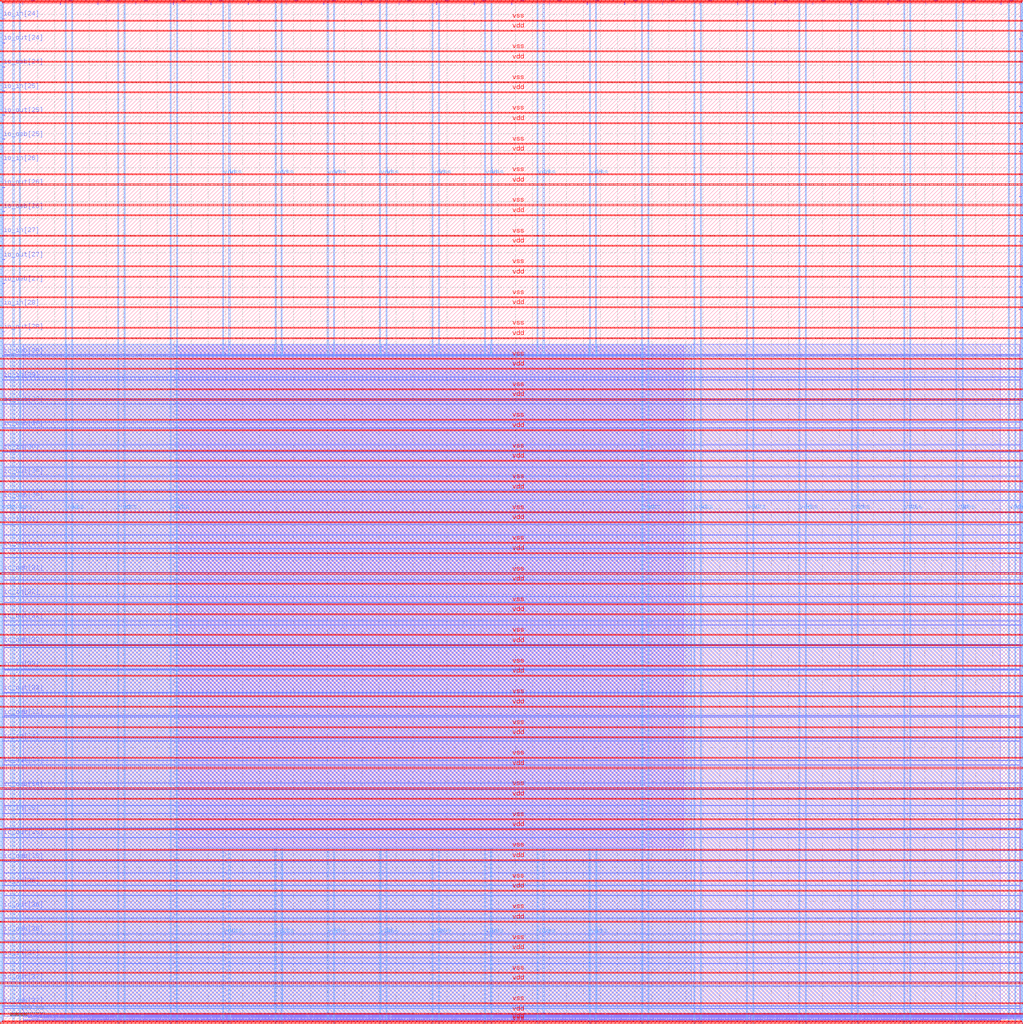
<source format=lef>
VERSION 5.7 ;
  NOWIREEXTENSIONATPIN ON ;
  DIVIDERCHAR "/" ;
  BUSBITCHARS "[]" ;
MACRO user_project_wrapper
  CLASS BLOCK ;
  FOREIGN user_project_wrapper ;
  ORIGIN 0.000 0.000 ;
  SIZE 2980.200 BY 2980.200 ;
  PIN io_in[0]
    DIRECTION INPUT ;
    USE SIGNAL ;
    PORT
      LAYER Metal3 ;
        RECT 2977.800 35.560 2985.000 36.680 ;
    END
  END io_in[0]
  PIN io_in[10]
    DIRECTION INPUT ;
    USE SIGNAL ;
    PORT
      LAYER Metal3 ;
        RECT 2977.800 2017.960 2985.000 2019.080 ;
    END
  END io_in[10]
  PIN io_in[11]
    DIRECTION INPUT ;
    USE SIGNAL ;
    PORT
      LAYER Metal3 ;
        RECT 2977.800 2216.200 2985.000 2217.320 ;
    END
  END io_in[11]
  PIN io_in[12]
    DIRECTION INPUT ;
    USE SIGNAL ;
    PORT
      LAYER Metal3 ;
        RECT 2977.800 2414.440 2985.000 2415.560 ;
    END
  END io_in[12]
  PIN io_in[13]
    DIRECTION INPUT ;
    USE SIGNAL ;
    PORT
      LAYER Metal3 ;
        RECT 2977.800 2612.680 2985.000 2613.800 ;
    END
  END io_in[13]
  PIN io_in[14]
    DIRECTION INPUT ;
    USE SIGNAL ;
    PORT
      LAYER Metal3 ;
        RECT 2977.800 2810.920 2985.000 2812.040 ;
    END
  END io_in[14]
  PIN io_in[15]
    DIRECTION INPUT ;
    USE SIGNAL ;
    PORT
      LAYER Metal2 ;
        RECT 2923.480 2977.800 2924.600 2985.000 ;
    END
  END io_in[15]
  PIN io_in[16]
    DIRECTION INPUT ;
    USE SIGNAL ;
    PORT
      LAYER Metal2 ;
        RECT 2592.520 2977.800 2593.640 2985.000 ;
    END
  END io_in[16]
  PIN io_in[17]
    DIRECTION INPUT ;
    USE SIGNAL ;
    PORT
      LAYER Metal2 ;
        RECT 2261.560 2977.800 2262.680 2985.000 ;
    END
  END io_in[17]
  PIN io_in[18]
    DIRECTION INPUT ;
    USE SIGNAL ;
    PORT
      LAYER Metal2 ;
        RECT 1930.600 2977.800 1931.720 2985.000 ;
    END
  END io_in[18]
  PIN io_in[19]
    DIRECTION INPUT ;
    USE SIGNAL ;
    PORT
      LAYER Metal2 ;
        RECT 1599.640 2977.800 1600.760 2985.000 ;
    END
  END io_in[19]
  PIN io_in[1]
    DIRECTION INPUT ;
    USE SIGNAL ;
    PORT
      LAYER Metal3 ;
        RECT 2977.800 233.800 2985.000 234.920 ;
    END
  END io_in[1]
  PIN io_in[20]
    DIRECTION INPUT ;
    USE SIGNAL ;
    PORT
      LAYER Metal2 ;
        RECT 1268.680 2977.800 1269.800 2985.000 ;
    END
  END io_in[20]
  PIN io_in[21]
    DIRECTION INPUT ;
    USE SIGNAL ;
    PORT
      LAYER Metal2 ;
        RECT 937.720 2977.800 938.840 2985.000 ;
    END
  END io_in[21]
  PIN io_in[22]
    DIRECTION INPUT ;
    USE SIGNAL ;
    PORT
      LAYER Metal2 ;
        RECT 606.760 2977.800 607.880 2985.000 ;
    END
  END io_in[22]
  PIN io_in[23]
    DIRECTION INPUT ;
    USE SIGNAL ;
    PORT
      LAYER Metal2 ;
        RECT 275.800 2977.800 276.920 2985.000 ;
    END
  END io_in[23]
  PIN io_in[24]
    DIRECTION INPUT ;
    USE SIGNAL ;
    PORT
      LAYER Metal3 ;
        RECT -4.800 2935.800 2.400 2936.920 ;
    END
  END io_in[24]
  PIN io_in[25]
    DIRECTION INPUT ;
    USE SIGNAL ;
    PORT
      LAYER Metal3 ;
        RECT -4.800 2724.120 2.400 2725.240 ;
    END
  END io_in[25]
  PIN io_in[26]
    DIRECTION INPUT ;
    USE SIGNAL ;
    PORT
      LAYER Metal3 ;
        RECT -4.800 2512.440 2.400 2513.560 ;
    END
  END io_in[26]
  PIN io_in[27]
    DIRECTION INPUT ;
    USE SIGNAL ;
    PORT
      LAYER Metal3 ;
        RECT -4.800 2300.760 2.400 2301.880 ;
    END
  END io_in[27]
  PIN io_in[28]
    DIRECTION INPUT ;
    USE SIGNAL ;
    PORT
      LAYER Metal3 ;
        RECT -4.800 2089.080 2.400 2090.200 ;
    END
  END io_in[28]
  PIN io_in[29]
    DIRECTION INPUT ;
    USE SIGNAL ;
    PORT
      LAYER Metal3 ;
        RECT -4.800 1877.400 2.400 1878.520 ;
    END
  END io_in[29]
  PIN io_in[2]
    DIRECTION INPUT ;
    USE SIGNAL ;
    PORT
      LAYER Metal3 ;
        RECT 2977.800 432.040 2985.000 433.160 ;
    END
  END io_in[2]
  PIN io_in[30]
    DIRECTION INPUT ;
    USE SIGNAL ;
    PORT
      LAYER Metal3 ;
        RECT -4.800 1665.720 2.400 1666.840 ;
    END
  END io_in[30]
  PIN io_in[31]
    DIRECTION INPUT ;
    USE SIGNAL ;
    PORT
      LAYER Metal3 ;
        RECT -4.800 1454.040 2.400 1455.160 ;
    END
  END io_in[31]
  PIN io_in[32]
    DIRECTION INPUT ;
    USE SIGNAL ;
    PORT
      LAYER Metal3 ;
        RECT -4.800 1242.360 2.400 1243.480 ;
    END
  END io_in[32]
  PIN io_in[33]
    DIRECTION INPUT ;
    USE SIGNAL ;
    PORT
      LAYER Metal3 ;
        RECT -4.800 1030.680 2.400 1031.800 ;
    END
  END io_in[33]
  PIN io_in[34]
    DIRECTION INPUT ;
    USE SIGNAL ;
    PORT
      LAYER Metal3 ;
        RECT -4.800 819.000 2.400 820.120 ;
    END
  END io_in[34]
  PIN io_in[35]
    DIRECTION INPUT ;
    USE SIGNAL ;
    PORT
      LAYER Metal3 ;
        RECT -4.800 607.320 2.400 608.440 ;
    END
  END io_in[35]
  PIN io_in[36]
    DIRECTION INPUT ;
    USE SIGNAL ;
    PORT
      LAYER Metal3 ;
        RECT -4.800 395.640 2.400 396.760 ;
    END
  END io_in[36]
  PIN io_in[37]
    DIRECTION INPUT ;
    USE SIGNAL ;
    PORT
      LAYER Metal3 ;
        RECT -4.800 183.960 2.400 185.080 ;
    END
  END io_in[37]
  PIN io_in[3]
    DIRECTION INPUT ;
    USE SIGNAL ;
    PORT
      LAYER Metal3 ;
        RECT 2977.800 630.280 2985.000 631.400 ;
    END
  END io_in[3]
  PIN io_in[4]
    DIRECTION INPUT ;
    USE SIGNAL ;
    PORT
      LAYER Metal3 ;
        RECT 2977.800 828.520 2985.000 829.640 ;
    END
  END io_in[4]
  PIN io_in[5]
    DIRECTION INPUT ;
    USE SIGNAL ;
    PORT
      LAYER Metal3 ;
        RECT 2977.800 1026.760 2985.000 1027.880 ;
    END
  END io_in[5]
  PIN io_in[6]
    DIRECTION INPUT ;
    USE SIGNAL ;
    PORT
      LAYER Metal3 ;
        RECT 2977.800 1225.000 2985.000 1226.120 ;
    END
  END io_in[6]
  PIN io_in[7]
    DIRECTION INPUT ;
    USE SIGNAL ;
    PORT
      LAYER Metal3 ;
        RECT 2977.800 1423.240 2985.000 1424.360 ;
    END
  END io_in[7]
  PIN io_in[8]
    DIRECTION INPUT ;
    USE SIGNAL ;
    PORT
      LAYER Metal3 ;
        RECT 2977.800 1621.480 2985.000 1622.600 ;
    END
  END io_in[8]
  PIN io_in[9]
    DIRECTION INPUT ;
    USE SIGNAL ;
    PORT
      LAYER Metal3 ;
        RECT 2977.800 1819.720 2985.000 1820.840 ;
    END
  END io_in[9]
  PIN io_oeb[0]
    DIRECTION OUTPUT TRISTATE ;
    USE SIGNAL ;
    PORT
      LAYER Metal3 ;
        RECT 2977.800 167.720 2985.000 168.840 ;
    END
  END io_oeb[0]
  PIN io_oeb[10]
    DIRECTION OUTPUT TRISTATE ;
    USE SIGNAL ;
    PORT
      LAYER Metal3 ;
        RECT 2977.800 2150.120 2985.000 2151.240 ;
    END
  END io_oeb[10]
  PIN io_oeb[11]
    DIRECTION OUTPUT TRISTATE ;
    USE SIGNAL ;
    PORT
      LAYER Metal3 ;
        RECT 2977.800 2348.360 2985.000 2349.480 ;
    END
  END io_oeb[11]
  PIN io_oeb[12]
    DIRECTION OUTPUT TRISTATE ;
    USE SIGNAL ;
    PORT
      LAYER Metal3 ;
        RECT 2977.800 2546.600 2985.000 2547.720 ;
    END
  END io_oeb[12]
  PIN io_oeb[13]
    DIRECTION OUTPUT TRISTATE ;
    USE SIGNAL ;
    PORT
      LAYER Metal3 ;
        RECT 2977.800 2744.840 2985.000 2745.960 ;
    END
  END io_oeb[13]
  PIN io_oeb[14]
    DIRECTION OUTPUT TRISTATE ;
    USE SIGNAL ;
    PORT
      LAYER Metal3 ;
        RECT 2977.800 2943.080 2985.000 2944.200 ;
    END
  END io_oeb[14]
  PIN io_oeb[15]
    DIRECTION OUTPUT TRISTATE ;
    USE SIGNAL ;
    PORT
      LAYER Metal2 ;
        RECT 2702.840 2977.800 2703.960 2985.000 ;
    END
  END io_oeb[15]
  PIN io_oeb[16]
    DIRECTION OUTPUT TRISTATE ;
    USE SIGNAL ;
    PORT
      LAYER Metal2 ;
        RECT 2371.880 2977.800 2373.000 2985.000 ;
    END
  END io_oeb[16]
  PIN io_oeb[17]
    DIRECTION OUTPUT TRISTATE ;
    USE SIGNAL ;
    PORT
      LAYER Metal2 ;
        RECT 2040.920 2977.800 2042.040 2985.000 ;
    END
  END io_oeb[17]
  PIN io_oeb[18]
    DIRECTION OUTPUT TRISTATE ;
    USE SIGNAL ;
    PORT
      LAYER Metal2 ;
        RECT 1709.960 2977.800 1711.080 2985.000 ;
    END
  END io_oeb[18]
  PIN io_oeb[19]
    DIRECTION OUTPUT TRISTATE ;
    USE SIGNAL ;
    PORT
      LAYER Metal2 ;
        RECT 1379.000 2977.800 1380.120 2985.000 ;
    END
  END io_oeb[19]
  PIN io_oeb[1]
    DIRECTION OUTPUT TRISTATE ;
    USE SIGNAL ;
    PORT
      LAYER Metal3 ;
        RECT 2977.800 365.960 2985.000 367.080 ;
    END
  END io_oeb[1]
  PIN io_oeb[20]
    DIRECTION OUTPUT TRISTATE ;
    USE SIGNAL ;
    PORT
      LAYER Metal2 ;
        RECT 1048.040 2977.800 1049.160 2985.000 ;
    END
  END io_oeb[20]
  PIN io_oeb[21]
    DIRECTION OUTPUT TRISTATE ;
    USE SIGNAL ;
    PORT
      LAYER Metal2 ;
        RECT 717.080 2977.800 718.200 2985.000 ;
    END
  END io_oeb[21]
  PIN io_oeb[22]
    DIRECTION OUTPUT TRISTATE ;
    USE SIGNAL ;
    PORT
      LAYER Metal2 ;
        RECT 386.120 2977.800 387.240 2985.000 ;
    END
  END io_oeb[22]
  PIN io_oeb[23]
    DIRECTION OUTPUT TRISTATE ;
    USE SIGNAL ;
    PORT
      LAYER Metal2 ;
        RECT 55.160 2977.800 56.280 2985.000 ;
    END
  END io_oeb[23]
  PIN io_oeb[24]
    DIRECTION OUTPUT TRISTATE ;
    USE SIGNAL ;
    PORT
      LAYER Metal3 ;
        RECT -4.800 2794.680 2.400 2795.800 ;
    END
  END io_oeb[24]
  PIN io_oeb[25]
    DIRECTION OUTPUT TRISTATE ;
    USE SIGNAL ;
    PORT
      LAYER Metal3 ;
        RECT -4.800 2583.000 2.400 2584.120 ;
    END
  END io_oeb[25]
  PIN io_oeb[26]
    DIRECTION OUTPUT TRISTATE ;
    USE SIGNAL ;
    PORT
      LAYER Metal3 ;
        RECT -4.800 2371.320 2.400 2372.440 ;
    END
  END io_oeb[26]
  PIN io_oeb[27]
    DIRECTION OUTPUT TRISTATE ;
    USE SIGNAL ;
    PORT
      LAYER Metal3 ;
        RECT -4.800 2159.640 2.400 2160.760 ;
    END
  END io_oeb[27]
  PIN io_oeb[28]
    DIRECTION OUTPUT TRISTATE ;
    USE SIGNAL ;
    PORT
      LAYER Metal3 ;
        RECT -4.800 1947.960 2.400 1949.080 ;
    END
  END io_oeb[28]
  PIN io_oeb[29]
    DIRECTION OUTPUT TRISTATE ;
    USE SIGNAL ;
    PORT
      LAYER Metal3 ;
        RECT -4.800 1736.280 2.400 1737.400 ;
    END
  END io_oeb[29]
  PIN io_oeb[2]
    DIRECTION OUTPUT TRISTATE ;
    USE SIGNAL ;
    PORT
      LAYER Metal3 ;
        RECT 2977.800 564.200 2985.000 565.320 ;
    END
  END io_oeb[2]
  PIN io_oeb[30]
    DIRECTION OUTPUT TRISTATE ;
    USE SIGNAL ;
    PORT
      LAYER Metal3 ;
        RECT -4.800 1524.600 2.400 1525.720 ;
    END
  END io_oeb[30]
  PIN io_oeb[31]
    DIRECTION OUTPUT TRISTATE ;
    USE SIGNAL ;
    PORT
      LAYER Metal3 ;
        RECT -4.800 1312.920 2.400 1314.040 ;
    END
  END io_oeb[31]
  PIN io_oeb[32]
    DIRECTION OUTPUT TRISTATE ;
    USE SIGNAL ;
    PORT
      LAYER Metal3 ;
        RECT -4.800 1101.240 2.400 1102.360 ;
    END
  END io_oeb[32]
  PIN io_oeb[33]
    DIRECTION OUTPUT TRISTATE ;
    USE SIGNAL ;
    PORT
      LAYER Metal3 ;
        RECT -4.800 889.560 2.400 890.680 ;
    END
  END io_oeb[33]
  PIN io_oeb[34]
    DIRECTION OUTPUT TRISTATE ;
    USE SIGNAL ;
    PORT
      LAYER Metal3 ;
        RECT -4.800 677.880 2.400 679.000 ;
    END
  END io_oeb[34]
  PIN io_oeb[35]
    DIRECTION OUTPUT TRISTATE ;
    USE SIGNAL ;
    PORT
      LAYER Metal3 ;
        RECT -4.800 466.200 2.400 467.320 ;
    END
  END io_oeb[35]
  PIN io_oeb[36]
    DIRECTION OUTPUT TRISTATE ;
    USE SIGNAL ;
    PORT
      LAYER Metal3 ;
        RECT -4.800 254.520 2.400 255.640 ;
    END
  END io_oeb[36]
  PIN io_oeb[37]
    DIRECTION OUTPUT TRISTATE ;
    USE SIGNAL ;
    PORT
      LAYER Metal3 ;
        RECT -4.800 42.840 2.400 43.960 ;
    END
  END io_oeb[37]
  PIN io_oeb[3]
    DIRECTION OUTPUT TRISTATE ;
    USE SIGNAL ;
    PORT
      LAYER Metal3 ;
        RECT 2977.800 762.440 2985.000 763.560 ;
    END
  END io_oeb[3]
  PIN io_oeb[4]
    DIRECTION OUTPUT TRISTATE ;
    USE SIGNAL ;
    PORT
      LAYER Metal3 ;
        RECT 2977.800 960.680 2985.000 961.800 ;
    END
  END io_oeb[4]
  PIN io_oeb[5]
    DIRECTION OUTPUT TRISTATE ;
    USE SIGNAL ;
    PORT
      LAYER Metal3 ;
        RECT 2977.800 1158.920 2985.000 1160.040 ;
    END
  END io_oeb[5]
  PIN io_oeb[6]
    DIRECTION OUTPUT TRISTATE ;
    USE SIGNAL ;
    PORT
      LAYER Metal3 ;
        RECT 2977.800 1357.160 2985.000 1358.280 ;
    END
  END io_oeb[6]
  PIN io_oeb[7]
    DIRECTION OUTPUT TRISTATE ;
    USE SIGNAL ;
    PORT
      LAYER Metal3 ;
        RECT 2977.800 1555.400 2985.000 1556.520 ;
    END
  END io_oeb[7]
  PIN io_oeb[8]
    DIRECTION OUTPUT TRISTATE ;
    USE SIGNAL ;
    PORT
      LAYER Metal3 ;
        RECT 2977.800 1753.640 2985.000 1754.760 ;
    END
  END io_oeb[8]
  PIN io_oeb[9]
    DIRECTION OUTPUT TRISTATE ;
    USE SIGNAL ;
    PORT
      LAYER Metal3 ;
        RECT 2977.800 1951.880 2985.000 1953.000 ;
    END
  END io_oeb[9]
  PIN io_out[0]
    DIRECTION OUTPUT TRISTATE ;
    USE SIGNAL ;
    PORT
      LAYER Metal3 ;
        RECT 2977.800 101.640 2985.000 102.760 ;
    END
  END io_out[0]
  PIN io_out[10]
    DIRECTION OUTPUT TRISTATE ;
    USE SIGNAL ;
    PORT
      LAYER Metal3 ;
        RECT 2977.800 2084.040 2985.000 2085.160 ;
    END
  END io_out[10]
  PIN io_out[11]
    DIRECTION OUTPUT TRISTATE ;
    USE SIGNAL ;
    PORT
      LAYER Metal3 ;
        RECT 2977.800 2282.280 2985.000 2283.400 ;
    END
  END io_out[11]
  PIN io_out[12]
    DIRECTION OUTPUT TRISTATE ;
    USE SIGNAL ;
    PORT
      LAYER Metal3 ;
        RECT 2977.800 2480.520 2985.000 2481.640 ;
    END
  END io_out[12]
  PIN io_out[13]
    DIRECTION OUTPUT TRISTATE ;
    USE SIGNAL ;
    PORT
      LAYER Metal3 ;
        RECT 2977.800 2678.760 2985.000 2679.880 ;
    END
  END io_out[13]
  PIN io_out[14]
    DIRECTION OUTPUT TRISTATE ;
    USE SIGNAL ;
    PORT
      LAYER Metal3 ;
        RECT 2977.800 2877.000 2985.000 2878.120 ;
    END
  END io_out[14]
  PIN io_out[15]
    DIRECTION OUTPUT TRISTATE ;
    USE SIGNAL ;
    PORT
      LAYER Metal2 ;
        RECT 2813.160 2977.800 2814.280 2985.000 ;
    END
  END io_out[15]
  PIN io_out[16]
    DIRECTION OUTPUT TRISTATE ;
    USE SIGNAL ;
    PORT
      LAYER Metal2 ;
        RECT 2482.200 2977.800 2483.320 2985.000 ;
    END
  END io_out[16]
  PIN io_out[17]
    DIRECTION OUTPUT TRISTATE ;
    USE SIGNAL ;
    PORT
      LAYER Metal2 ;
        RECT 2151.240 2977.800 2152.360 2985.000 ;
    END
  END io_out[17]
  PIN io_out[18]
    DIRECTION OUTPUT TRISTATE ;
    USE SIGNAL ;
    PORT
      LAYER Metal2 ;
        RECT 1820.280 2977.800 1821.400 2985.000 ;
    END
  END io_out[18]
  PIN io_out[19]
    DIRECTION OUTPUT TRISTATE ;
    USE SIGNAL ;
    PORT
      LAYER Metal2 ;
        RECT 1489.320 2977.800 1490.440 2985.000 ;
    END
  END io_out[19]
  PIN io_out[1]
    DIRECTION OUTPUT TRISTATE ;
    USE SIGNAL ;
    PORT
      LAYER Metal3 ;
        RECT 2977.800 299.880 2985.000 301.000 ;
    END
  END io_out[1]
  PIN io_out[20]
    DIRECTION OUTPUT TRISTATE ;
    USE SIGNAL ;
    PORT
      LAYER Metal2 ;
        RECT 1158.360 2977.800 1159.480 2985.000 ;
    END
  END io_out[20]
  PIN io_out[21]
    DIRECTION OUTPUT TRISTATE ;
    USE SIGNAL ;
    PORT
      LAYER Metal2 ;
        RECT 827.400 2977.800 828.520 2985.000 ;
    END
  END io_out[21]
  PIN io_out[22]
    DIRECTION OUTPUT TRISTATE ;
    USE SIGNAL ;
    PORT
      LAYER Metal2 ;
        RECT 496.440 2977.800 497.560 2985.000 ;
    END
  END io_out[22]
  PIN io_out[23]
    DIRECTION OUTPUT TRISTATE ;
    USE SIGNAL ;
    PORT
      LAYER Metal2 ;
        RECT 165.480 2977.800 166.600 2985.000 ;
    END
  END io_out[23]
  PIN io_out[24]
    DIRECTION OUTPUT TRISTATE ;
    USE SIGNAL ;
    PORT
      LAYER Metal3 ;
        RECT -4.800 2865.240 2.400 2866.360 ;
    END
  END io_out[24]
  PIN io_out[25]
    DIRECTION OUTPUT TRISTATE ;
    USE SIGNAL ;
    PORT
      LAYER Metal3 ;
        RECT -4.800 2653.560 2.400 2654.680 ;
    END
  END io_out[25]
  PIN io_out[26]
    DIRECTION OUTPUT TRISTATE ;
    USE SIGNAL ;
    PORT
      LAYER Metal3 ;
        RECT -4.800 2441.880 2.400 2443.000 ;
    END
  END io_out[26]
  PIN io_out[27]
    DIRECTION OUTPUT TRISTATE ;
    USE SIGNAL ;
    PORT
      LAYER Metal3 ;
        RECT -4.800 2230.200 2.400 2231.320 ;
    END
  END io_out[27]
  PIN io_out[28]
    DIRECTION OUTPUT TRISTATE ;
    USE SIGNAL ;
    PORT
      LAYER Metal3 ;
        RECT -4.800 2018.520 2.400 2019.640 ;
    END
  END io_out[28]
  PIN io_out[29]
    DIRECTION OUTPUT TRISTATE ;
    USE SIGNAL ;
    PORT
      LAYER Metal3 ;
        RECT -4.800 1806.840 2.400 1807.960 ;
    END
  END io_out[29]
  PIN io_out[2]
    DIRECTION OUTPUT TRISTATE ;
    USE SIGNAL ;
    PORT
      LAYER Metal3 ;
        RECT 2977.800 498.120 2985.000 499.240 ;
    END
  END io_out[2]
  PIN io_out[30]
    DIRECTION OUTPUT TRISTATE ;
    USE SIGNAL ;
    PORT
      LAYER Metal3 ;
        RECT -4.800 1595.160 2.400 1596.280 ;
    END
  END io_out[30]
  PIN io_out[31]
    DIRECTION OUTPUT TRISTATE ;
    USE SIGNAL ;
    PORT
      LAYER Metal3 ;
        RECT -4.800 1383.480 2.400 1384.600 ;
    END
  END io_out[31]
  PIN io_out[32]
    DIRECTION OUTPUT TRISTATE ;
    USE SIGNAL ;
    PORT
      LAYER Metal3 ;
        RECT -4.800 1171.800 2.400 1172.920 ;
    END
  END io_out[32]
  PIN io_out[33]
    DIRECTION OUTPUT TRISTATE ;
    USE SIGNAL ;
    PORT
      LAYER Metal3 ;
        RECT -4.800 960.120 2.400 961.240 ;
    END
  END io_out[33]
  PIN io_out[34]
    DIRECTION OUTPUT TRISTATE ;
    USE SIGNAL ;
    PORT
      LAYER Metal3 ;
        RECT -4.800 748.440 2.400 749.560 ;
    END
  END io_out[34]
  PIN io_out[35]
    DIRECTION OUTPUT TRISTATE ;
    USE SIGNAL ;
    PORT
      LAYER Metal3 ;
        RECT -4.800 536.760 2.400 537.880 ;
    END
  END io_out[35]
  PIN io_out[36]
    DIRECTION OUTPUT TRISTATE ;
    USE SIGNAL ;
    PORT
      LAYER Metal3 ;
        RECT -4.800 325.080 2.400 326.200 ;
    END
  END io_out[36]
  PIN io_out[37]
    DIRECTION OUTPUT TRISTATE ;
    USE SIGNAL ;
    PORT
      LAYER Metal3 ;
        RECT -4.800 113.400 2.400 114.520 ;
    END
  END io_out[37]
  PIN io_out[3]
    DIRECTION OUTPUT TRISTATE ;
    USE SIGNAL ;
    PORT
      LAYER Metal3 ;
        RECT 2977.800 696.360 2985.000 697.480 ;
    END
  END io_out[3]
  PIN io_out[4]
    DIRECTION OUTPUT TRISTATE ;
    USE SIGNAL ;
    PORT
      LAYER Metal3 ;
        RECT 2977.800 894.600 2985.000 895.720 ;
    END
  END io_out[4]
  PIN io_out[5]
    DIRECTION OUTPUT TRISTATE ;
    USE SIGNAL ;
    PORT
      LAYER Metal3 ;
        RECT 2977.800 1092.840 2985.000 1093.960 ;
    END
  END io_out[5]
  PIN io_out[6]
    DIRECTION OUTPUT TRISTATE ;
    USE SIGNAL ;
    PORT
      LAYER Metal3 ;
        RECT 2977.800 1291.080 2985.000 1292.200 ;
    END
  END io_out[6]
  PIN io_out[7]
    DIRECTION OUTPUT TRISTATE ;
    USE SIGNAL ;
    PORT
      LAYER Metal3 ;
        RECT 2977.800 1489.320 2985.000 1490.440 ;
    END
  END io_out[7]
  PIN io_out[8]
    DIRECTION OUTPUT TRISTATE ;
    USE SIGNAL ;
    PORT
      LAYER Metal3 ;
        RECT 2977.800 1687.560 2985.000 1688.680 ;
    END
  END io_out[8]
  PIN io_out[9]
    DIRECTION OUTPUT TRISTATE ;
    USE SIGNAL ;
    PORT
      LAYER Metal3 ;
        RECT 2977.800 1885.800 2985.000 1886.920 ;
    END
  END io_out[9]
  PIN la_data_in[0]
    DIRECTION INPUT ;
    USE SIGNAL ;
    PORT
      LAYER Metal2 ;
        RECT 1065.960 -4.800 1067.080 2.400 ;
    END
  END la_data_in[0]
  PIN la_data_in[10]
    DIRECTION INPUT ;
    USE SIGNAL ;
    PORT
      LAYER Metal2 ;
        RECT 1351.560 -4.800 1352.680 2.400 ;
    END
  END la_data_in[10]
  PIN la_data_in[11]
    DIRECTION INPUT ;
    USE SIGNAL ;
    PORT
      LAYER Metal2 ;
        RECT 1380.120 -4.800 1381.240 2.400 ;
    END
  END la_data_in[11]
  PIN la_data_in[12]
    DIRECTION INPUT ;
    USE SIGNAL ;
    PORT
      LAYER Metal2 ;
        RECT 1408.680 -4.800 1409.800 2.400 ;
    END
  END la_data_in[12]
  PIN la_data_in[13]
    DIRECTION INPUT ;
    USE SIGNAL ;
    PORT
      LAYER Metal2 ;
        RECT 1437.240 -4.800 1438.360 2.400 ;
    END
  END la_data_in[13]
  PIN la_data_in[14]
    DIRECTION INPUT ;
    USE SIGNAL ;
    PORT
      LAYER Metal2 ;
        RECT 1465.800 -4.800 1466.920 2.400 ;
    END
  END la_data_in[14]
  PIN la_data_in[15]
    DIRECTION INPUT ;
    USE SIGNAL ;
    PORT
      LAYER Metal2 ;
        RECT 1494.360 -4.800 1495.480 2.400 ;
    END
  END la_data_in[15]
  PIN la_data_in[16]
    DIRECTION INPUT ;
    USE SIGNAL ;
    PORT
      LAYER Metal2 ;
        RECT 1522.920 -4.800 1524.040 2.400 ;
    END
  END la_data_in[16]
  PIN la_data_in[17]
    DIRECTION INPUT ;
    USE SIGNAL ;
    PORT
      LAYER Metal2 ;
        RECT 1551.480 -4.800 1552.600 2.400 ;
    END
  END la_data_in[17]
  PIN la_data_in[18]
    DIRECTION INPUT ;
    USE SIGNAL ;
    PORT
      LAYER Metal2 ;
        RECT 1580.040 -4.800 1581.160 2.400 ;
    END
  END la_data_in[18]
  PIN la_data_in[19]
    DIRECTION INPUT ;
    USE SIGNAL ;
    PORT
      LAYER Metal2 ;
        RECT 1608.600 -4.800 1609.720 2.400 ;
    END
  END la_data_in[19]
  PIN la_data_in[1]
    DIRECTION INPUT ;
    USE SIGNAL ;
    PORT
      LAYER Metal2 ;
        RECT 1094.520 -4.800 1095.640 2.400 ;
    END
  END la_data_in[1]
  PIN la_data_in[20]
    DIRECTION INPUT ;
    USE SIGNAL ;
    PORT
      LAYER Metal2 ;
        RECT 1637.160 -4.800 1638.280 2.400 ;
    END
  END la_data_in[20]
  PIN la_data_in[21]
    DIRECTION INPUT ;
    USE SIGNAL ;
    PORT
      LAYER Metal2 ;
        RECT 1665.720 -4.800 1666.840 2.400 ;
    END
  END la_data_in[21]
  PIN la_data_in[22]
    DIRECTION INPUT ;
    USE SIGNAL ;
    PORT
      LAYER Metal2 ;
        RECT 1694.280 -4.800 1695.400 2.400 ;
    END
  END la_data_in[22]
  PIN la_data_in[23]
    DIRECTION INPUT ;
    USE SIGNAL ;
    PORT
      LAYER Metal2 ;
        RECT 1722.840 -4.800 1723.960 2.400 ;
    END
  END la_data_in[23]
  PIN la_data_in[24]
    DIRECTION INPUT ;
    USE SIGNAL ;
    PORT
      LAYER Metal2 ;
        RECT 1751.400 -4.800 1752.520 2.400 ;
    END
  END la_data_in[24]
  PIN la_data_in[25]
    DIRECTION INPUT ;
    USE SIGNAL ;
    PORT
      LAYER Metal2 ;
        RECT 1779.960 -4.800 1781.080 2.400 ;
    END
  END la_data_in[25]
  PIN la_data_in[26]
    DIRECTION INPUT ;
    USE SIGNAL ;
    PORT
      LAYER Metal2 ;
        RECT 1808.520 -4.800 1809.640 2.400 ;
    END
  END la_data_in[26]
  PIN la_data_in[27]
    DIRECTION INPUT ;
    USE SIGNAL ;
    PORT
      LAYER Metal2 ;
        RECT 1837.080 -4.800 1838.200 2.400 ;
    END
  END la_data_in[27]
  PIN la_data_in[28]
    DIRECTION INPUT ;
    USE SIGNAL ;
    PORT
      LAYER Metal2 ;
        RECT 1865.640 -4.800 1866.760 2.400 ;
    END
  END la_data_in[28]
  PIN la_data_in[29]
    DIRECTION INPUT ;
    USE SIGNAL ;
    PORT
      LAYER Metal2 ;
        RECT 1894.200 -4.800 1895.320 2.400 ;
    END
  END la_data_in[29]
  PIN la_data_in[2]
    DIRECTION INPUT ;
    USE SIGNAL ;
    PORT
      LAYER Metal2 ;
        RECT 1123.080 -4.800 1124.200 2.400 ;
    END
  END la_data_in[2]
  PIN la_data_in[30]
    DIRECTION INPUT ;
    USE SIGNAL ;
    PORT
      LAYER Metal2 ;
        RECT 1922.760 -4.800 1923.880 2.400 ;
    END
  END la_data_in[30]
  PIN la_data_in[31]
    DIRECTION INPUT ;
    USE SIGNAL ;
    PORT
      LAYER Metal2 ;
        RECT 1951.320 -4.800 1952.440 2.400 ;
    END
  END la_data_in[31]
  PIN la_data_in[32]
    DIRECTION INPUT ;
    USE SIGNAL ;
    PORT
      LAYER Metal2 ;
        RECT 1979.880 -4.800 1981.000 2.400 ;
    END
  END la_data_in[32]
  PIN la_data_in[33]
    DIRECTION INPUT ;
    USE SIGNAL ;
    PORT
      LAYER Metal2 ;
        RECT 2008.440 -4.800 2009.560 2.400 ;
    END
  END la_data_in[33]
  PIN la_data_in[34]
    DIRECTION INPUT ;
    USE SIGNAL ;
    PORT
      LAYER Metal2 ;
        RECT 2037.000 -4.800 2038.120 2.400 ;
    END
  END la_data_in[34]
  PIN la_data_in[35]
    DIRECTION INPUT ;
    USE SIGNAL ;
    PORT
      LAYER Metal2 ;
        RECT 2065.560 -4.800 2066.680 2.400 ;
    END
  END la_data_in[35]
  PIN la_data_in[36]
    DIRECTION INPUT ;
    USE SIGNAL ;
    PORT
      LAYER Metal2 ;
        RECT 2094.120 -4.800 2095.240 2.400 ;
    END
  END la_data_in[36]
  PIN la_data_in[37]
    DIRECTION INPUT ;
    USE SIGNAL ;
    PORT
      LAYER Metal2 ;
        RECT 2122.680 -4.800 2123.800 2.400 ;
    END
  END la_data_in[37]
  PIN la_data_in[38]
    DIRECTION INPUT ;
    USE SIGNAL ;
    PORT
      LAYER Metal2 ;
        RECT 2151.240 -4.800 2152.360 2.400 ;
    END
  END la_data_in[38]
  PIN la_data_in[39]
    DIRECTION INPUT ;
    USE SIGNAL ;
    PORT
      LAYER Metal2 ;
        RECT 2179.800 -4.800 2180.920 2.400 ;
    END
  END la_data_in[39]
  PIN la_data_in[3]
    DIRECTION INPUT ;
    USE SIGNAL ;
    PORT
      LAYER Metal2 ;
        RECT 1151.640 -4.800 1152.760 2.400 ;
    END
  END la_data_in[3]
  PIN la_data_in[40]
    DIRECTION INPUT ;
    USE SIGNAL ;
    PORT
      LAYER Metal2 ;
        RECT 2208.360 -4.800 2209.480 2.400 ;
    END
  END la_data_in[40]
  PIN la_data_in[41]
    DIRECTION INPUT ;
    USE SIGNAL ;
    PORT
      LAYER Metal2 ;
        RECT 2236.920 -4.800 2238.040 2.400 ;
    END
  END la_data_in[41]
  PIN la_data_in[42]
    DIRECTION INPUT ;
    USE SIGNAL ;
    PORT
      LAYER Metal2 ;
        RECT 2265.480 -4.800 2266.600 2.400 ;
    END
  END la_data_in[42]
  PIN la_data_in[43]
    DIRECTION INPUT ;
    USE SIGNAL ;
    PORT
      LAYER Metal2 ;
        RECT 2294.040 -4.800 2295.160 2.400 ;
    END
  END la_data_in[43]
  PIN la_data_in[44]
    DIRECTION INPUT ;
    USE SIGNAL ;
    PORT
      LAYER Metal2 ;
        RECT 2322.600 -4.800 2323.720 2.400 ;
    END
  END la_data_in[44]
  PIN la_data_in[45]
    DIRECTION INPUT ;
    USE SIGNAL ;
    PORT
      LAYER Metal2 ;
        RECT 2351.160 -4.800 2352.280 2.400 ;
    END
  END la_data_in[45]
  PIN la_data_in[46]
    DIRECTION INPUT ;
    USE SIGNAL ;
    PORT
      LAYER Metal2 ;
        RECT 2379.720 -4.800 2380.840 2.400 ;
    END
  END la_data_in[46]
  PIN la_data_in[47]
    DIRECTION INPUT ;
    USE SIGNAL ;
    PORT
      LAYER Metal2 ;
        RECT 2408.280 -4.800 2409.400 2.400 ;
    END
  END la_data_in[47]
  PIN la_data_in[48]
    DIRECTION INPUT ;
    USE SIGNAL ;
    PORT
      LAYER Metal2 ;
        RECT 2436.840 -4.800 2437.960 2.400 ;
    END
  END la_data_in[48]
  PIN la_data_in[49]
    DIRECTION INPUT ;
    USE SIGNAL ;
    PORT
      LAYER Metal2 ;
        RECT 2465.400 -4.800 2466.520 2.400 ;
    END
  END la_data_in[49]
  PIN la_data_in[4]
    DIRECTION INPUT ;
    USE SIGNAL ;
    PORT
      LAYER Metal2 ;
        RECT 1180.200 -4.800 1181.320 2.400 ;
    END
  END la_data_in[4]
  PIN la_data_in[50]
    DIRECTION INPUT ;
    USE SIGNAL ;
    PORT
      LAYER Metal2 ;
        RECT 2493.960 -4.800 2495.080 2.400 ;
    END
  END la_data_in[50]
  PIN la_data_in[51]
    DIRECTION INPUT ;
    USE SIGNAL ;
    PORT
      LAYER Metal2 ;
        RECT 2522.520 -4.800 2523.640 2.400 ;
    END
  END la_data_in[51]
  PIN la_data_in[52]
    DIRECTION INPUT ;
    USE SIGNAL ;
    PORT
      LAYER Metal2 ;
        RECT 2551.080 -4.800 2552.200 2.400 ;
    END
  END la_data_in[52]
  PIN la_data_in[53]
    DIRECTION INPUT ;
    USE SIGNAL ;
    PORT
      LAYER Metal2 ;
        RECT 2579.640 -4.800 2580.760 2.400 ;
    END
  END la_data_in[53]
  PIN la_data_in[54]
    DIRECTION INPUT ;
    USE SIGNAL ;
    PORT
      LAYER Metal2 ;
        RECT 2608.200 -4.800 2609.320 2.400 ;
    END
  END la_data_in[54]
  PIN la_data_in[55]
    DIRECTION INPUT ;
    USE SIGNAL ;
    PORT
      LAYER Metal2 ;
        RECT 2636.760 -4.800 2637.880 2.400 ;
    END
  END la_data_in[55]
  PIN la_data_in[56]
    DIRECTION INPUT ;
    USE SIGNAL ;
    PORT
      LAYER Metal2 ;
        RECT 2665.320 -4.800 2666.440 2.400 ;
    END
  END la_data_in[56]
  PIN la_data_in[57]
    DIRECTION INPUT ;
    USE SIGNAL ;
    PORT
      LAYER Metal2 ;
        RECT 2693.880 -4.800 2695.000 2.400 ;
    END
  END la_data_in[57]
  PIN la_data_in[58]
    DIRECTION INPUT ;
    USE SIGNAL ;
    PORT
      LAYER Metal2 ;
        RECT 2722.440 -4.800 2723.560 2.400 ;
    END
  END la_data_in[58]
  PIN la_data_in[59]
    DIRECTION INPUT ;
    USE SIGNAL ;
    PORT
      LAYER Metal2 ;
        RECT 2751.000 -4.800 2752.120 2.400 ;
    END
  END la_data_in[59]
  PIN la_data_in[5]
    DIRECTION INPUT ;
    USE SIGNAL ;
    PORT
      LAYER Metal2 ;
        RECT 1208.760 -4.800 1209.880 2.400 ;
    END
  END la_data_in[5]
  PIN la_data_in[60]
    DIRECTION INPUT ;
    USE SIGNAL ;
    PORT
      LAYER Metal2 ;
        RECT 2779.560 -4.800 2780.680 2.400 ;
    END
  END la_data_in[60]
  PIN la_data_in[61]
    DIRECTION INPUT ;
    USE SIGNAL ;
    PORT
      LAYER Metal2 ;
        RECT 2808.120 -4.800 2809.240 2.400 ;
    END
  END la_data_in[61]
  PIN la_data_in[62]
    DIRECTION INPUT ;
    USE SIGNAL ;
    PORT
      LAYER Metal2 ;
        RECT 2836.680 -4.800 2837.800 2.400 ;
    END
  END la_data_in[62]
  PIN la_data_in[63]
    DIRECTION INPUT ;
    USE SIGNAL ;
    PORT
      LAYER Metal2 ;
        RECT 2865.240 -4.800 2866.360 2.400 ;
    END
  END la_data_in[63]
  PIN la_data_in[6]
    DIRECTION INPUT ;
    USE SIGNAL ;
    PORT
      LAYER Metal2 ;
        RECT 1237.320 -4.800 1238.440 2.400 ;
    END
  END la_data_in[6]
  PIN la_data_in[7]
    DIRECTION INPUT ;
    USE SIGNAL ;
    PORT
      LAYER Metal2 ;
        RECT 1265.880 -4.800 1267.000 2.400 ;
    END
  END la_data_in[7]
  PIN la_data_in[8]
    DIRECTION INPUT ;
    USE SIGNAL ;
    PORT
      LAYER Metal2 ;
        RECT 1294.440 -4.800 1295.560 2.400 ;
    END
  END la_data_in[8]
  PIN la_data_in[9]
    DIRECTION INPUT ;
    USE SIGNAL ;
    PORT
      LAYER Metal2 ;
        RECT 1323.000 -4.800 1324.120 2.400 ;
    END
  END la_data_in[9]
  PIN la_data_out[0]
    DIRECTION OUTPUT TRISTATE ;
    USE SIGNAL ;
    PORT
      LAYER Metal2 ;
        RECT 1075.480 -4.800 1076.600 2.400 ;
    END
  END la_data_out[0]
  PIN la_data_out[10]
    DIRECTION OUTPUT TRISTATE ;
    USE SIGNAL ;
    PORT
      LAYER Metal2 ;
        RECT 1361.080 -4.800 1362.200 2.400 ;
    END
  END la_data_out[10]
  PIN la_data_out[11]
    DIRECTION OUTPUT TRISTATE ;
    USE SIGNAL ;
    PORT
      LAYER Metal2 ;
        RECT 1389.640 -4.800 1390.760 2.400 ;
    END
  END la_data_out[11]
  PIN la_data_out[12]
    DIRECTION OUTPUT TRISTATE ;
    USE SIGNAL ;
    PORT
      LAYER Metal2 ;
        RECT 1418.200 -4.800 1419.320 2.400 ;
    END
  END la_data_out[12]
  PIN la_data_out[13]
    DIRECTION OUTPUT TRISTATE ;
    USE SIGNAL ;
    PORT
      LAYER Metal2 ;
        RECT 1446.760 -4.800 1447.880 2.400 ;
    END
  END la_data_out[13]
  PIN la_data_out[14]
    DIRECTION OUTPUT TRISTATE ;
    USE SIGNAL ;
    PORT
      LAYER Metal2 ;
        RECT 1475.320 -4.800 1476.440 2.400 ;
    END
  END la_data_out[14]
  PIN la_data_out[15]
    DIRECTION OUTPUT TRISTATE ;
    USE SIGNAL ;
    PORT
      LAYER Metal2 ;
        RECT 1503.880 -4.800 1505.000 2.400 ;
    END
  END la_data_out[15]
  PIN la_data_out[16]
    DIRECTION OUTPUT TRISTATE ;
    USE SIGNAL ;
    PORT
      LAYER Metal2 ;
        RECT 1532.440 -4.800 1533.560 2.400 ;
    END
  END la_data_out[16]
  PIN la_data_out[17]
    DIRECTION OUTPUT TRISTATE ;
    USE SIGNAL ;
    PORT
      LAYER Metal2 ;
        RECT 1561.000 -4.800 1562.120 2.400 ;
    END
  END la_data_out[17]
  PIN la_data_out[18]
    DIRECTION OUTPUT TRISTATE ;
    USE SIGNAL ;
    PORT
      LAYER Metal2 ;
        RECT 1589.560 -4.800 1590.680 2.400 ;
    END
  END la_data_out[18]
  PIN la_data_out[19]
    DIRECTION OUTPUT TRISTATE ;
    USE SIGNAL ;
    PORT
      LAYER Metal2 ;
        RECT 1618.120 -4.800 1619.240 2.400 ;
    END
  END la_data_out[19]
  PIN la_data_out[1]
    DIRECTION OUTPUT TRISTATE ;
    USE SIGNAL ;
    PORT
      LAYER Metal2 ;
        RECT 1104.040 -4.800 1105.160 2.400 ;
    END
  END la_data_out[1]
  PIN la_data_out[20]
    DIRECTION OUTPUT TRISTATE ;
    USE SIGNAL ;
    PORT
      LAYER Metal2 ;
        RECT 1646.680 -4.800 1647.800 2.400 ;
    END
  END la_data_out[20]
  PIN la_data_out[21]
    DIRECTION OUTPUT TRISTATE ;
    USE SIGNAL ;
    PORT
      LAYER Metal2 ;
        RECT 1675.240 -4.800 1676.360 2.400 ;
    END
  END la_data_out[21]
  PIN la_data_out[22]
    DIRECTION OUTPUT TRISTATE ;
    USE SIGNAL ;
    PORT
      LAYER Metal2 ;
        RECT 1703.800 -4.800 1704.920 2.400 ;
    END
  END la_data_out[22]
  PIN la_data_out[23]
    DIRECTION OUTPUT TRISTATE ;
    USE SIGNAL ;
    PORT
      LAYER Metal2 ;
        RECT 1732.360 -4.800 1733.480 2.400 ;
    END
  END la_data_out[23]
  PIN la_data_out[24]
    DIRECTION OUTPUT TRISTATE ;
    USE SIGNAL ;
    PORT
      LAYER Metal2 ;
        RECT 1760.920 -4.800 1762.040 2.400 ;
    END
  END la_data_out[24]
  PIN la_data_out[25]
    DIRECTION OUTPUT TRISTATE ;
    USE SIGNAL ;
    PORT
      LAYER Metal2 ;
        RECT 1789.480 -4.800 1790.600 2.400 ;
    END
  END la_data_out[25]
  PIN la_data_out[26]
    DIRECTION OUTPUT TRISTATE ;
    USE SIGNAL ;
    PORT
      LAYER Metal2 ;
        RECT 1818.040 -4.800 1819.160 2.400 ;
    END
  END la_data_out[26]
  PIN la_data_out[27]
    DIRECTION OUTPUT TRISTATE ;
    USE SIGNAL ;
    PORT
      LAYER Metal2 ;
        RECT 1846.600 -4.800 1847.720 2.400 ;
    END
  END la_data_out[27]
  PIN la_data_out[28]
    DIRECTION OUTPUT TRISTATE ;
    USE SIGNAL ;
    PORT
      LAYER Metal2 ;
        RECT 1875.160 -4.800 1876.280 2.400 ;
    END
  END la_data_out[28]
  PIN la_data_out[29]
    DIRECTION OUTPUT TRISTATE ;
    USE SIGNAL ;
    PORT
      LAYER Metal2 ;
        RECT 1903.720 -4.800 1904.840 2.400 ;
    END
  END la_data_out[29]
  PIN la_data_out[2]
    DIRECTION OUTPUT TRISTATE ;
    USE SIGNAL ;
    PORT
      LAYER Metal2 ;
        RECT 1132.600 -4.800 1133.720 2.400 ;
    END
  END la_data_out[2]
  PIN la_data_out[30]
    DIRECTION OUTPUT TRISTATE ;
    USE SIGNAL ;
    PORT
      LAYER Metal2 ;
        RECT 1932.280 -4.800 1933.400 2.400 ;
    END
  END la_data_out[30]
  PIN la_data_out[31]
    DIRECTION OUTPUT TRISTATE ;
    USE SIGNAL ;
    PORT
      LAYER Metal2 ;
        RECT 1960.840 -4.800 1961.960 2.400 ;
    END
  END la_data_out[31]
  PIN la_data_out[32]
    DIRECTION OUTPUT TRISTATE ;
    USE SIGNAL ;
    PORT
      LAYER Metal2 ;
        RECT 1989.400 -4.800 1990.520 2.400 ;
    END
  END la_data_out[32]
  PIN la_data_out[33]
    DIRECTION OUTPUT TRISTATE ;
    USE SIGNAL ;
    PORT
      LAYER Metal2 ;
        RECT 2017.960 -4.800 2019.080 2.400 ;
    END
  END la_data_out[33]
  PIN la_data_out[34]
    DIRECTION OUTPUT TRISTATE ;
    USE SIGNAL ;
    PORT
      LAYER Metal2 ;
        RECT 2046.520 -4.800 2047.640 2.400 ;
    END
  END la_data_out[34]
  PIN la_data_out[35]
    DIRECTION OUTPUT TRISTATE ;
    USE SIGNAL ;
    PORT
      LAYER Metal2 ;
        RECT 2075.080 -4.800 2076.200 2.400 ;
    END
  END la_data_out[35]
  PIN la_data_out[36]
    DIRECTION OUTPUT TRISTATE ;
    USE SIGNAL ;
    PORT
      LAYER Metal2 ;
        RECT 2103.640 -4.800 2104.760 2.400 ;
    END
  END la_data_out[36]
  PIN la_data_out[37]
    DIRECTION OUTPUT TRISTATE ;
    USE SIGNAL ;
    PORT
      LAYER Metal2 ;
        RECT 2132.200 -4.800 2133.320 2.400 ;
    END
  END la_data_out[37]
  PIN la_data_out[38]
    DIRECTION OUTPUT TRISTATE ;
    USE SIGNAL ;
    PORT
      LAYER Metal2 ;
        RECT 2160.760 -4.800 2161.880 2.400 ;
    END
  END la_data_out[38]
  PIN la_data_out[39]
    DIRECTION OUTPUT TRISTATE ;
    USE SIGNAL ;
    PORT
      LAYER Metal2 ;
        RECT 2189.320 -4.800 2190.440 2.400 ;
    END
  END la_data_out[39]
  PIN la_data_out[3]
    DIRECTION OUTPUT TRISTATE ;
    USE SIGNAL ;
    PORT
      LAYER Metal2 ;
        RECT 1161.160 -4.800 1162.280 2.400 ;
    END
  END la_data_out[3]
  PIN la_data_out[40]
    DIRECTION OUTPUT TRISTATE ;
    USE SIGNAL ;
    PORT
      LAYER Metal2 ;
        RECT 2217.880 -4.800 2219.000 2.400 ;
    END
  END la_data_out[40]
  PIN la_data_out[41]
    DIRECTION OUTPUT TRISTATE ;
    USE SIGNAL ;
    PORT
      LAYER Metal2 ;
        RECT 2246.440 -4.800 2247.560 2.400 ;
    END
  END la_data_out[41]
  PIN la_data_out[42]
    DIRECTION OUTPUT TRISTATE ;
    USE SIGNAL ;
    PORT
      LAYER Metal2 ;
        RECT 2275.000 -4.800 2276.120 2.400 ;
    END
  END la_data_out[42]
  PIN la_data_out[43]
    DIRECTION OUTPUT TRISTATE ;
    USE SIGNAL ;
    PORT
      LAYER Metal2 ;
        RECT 2303.560 -4.800 2304.680 2.400 ;
    END
  END la_data_out[43]
  PIN la_data_out[44]
    DIRECTION OUTPUT TRISTATE ;
    USE SIGNAL ;
    PORT
      LAYER Metal2 ;
        RECT 2332.120 -4.800 2333.240 2.400 ;
    END
  END la_data_out[44]
  PIN la_data_out[45]
    DIRECTION OUTPUT TRISTATE ;
    USE SIGNAL ;
    PORT
      LAYER Metal2 ;
        RECT 2360.680 -4.800 2361.800 2.400 ;
    END
  END la_data_out[45]
  PIN la_data_out[46]
    DIRECTION OUTPUT TRISTATE ;
    USE SIGNAL ;
    PORT
      LAYER Metal2 ;
        RECT 2389.240 -4.800 2390.360 2.400 ;
    END
  END la_data_out[46]
  PIN la_data_out[47]
    DIRECTION OUTPUT TRISTATE ;
    USE SIGNAL ;
    PORT
      LAYER Metal2 ;
        RECT 2417.800 -4.800 2418.920 2.400 ;
    END
  END la_data_out[47]
  PIN la_data_out[48]
    DIRECTION OUTPUT TRISTATE ;
    USE SIGNAL ;
    PORT
      LAYER Metal2 ;
        RECT 2446.360 -4.800 2447.480 2.400 ;
    END
  END la_data_out[48]
  PIN la_data_out[49]
    DIRECTION OUTPUT TRISTATE ;
    USE SIGNAL ;
    PORT
      LAYER Metal2 ;
        RECT 2474.920 -4.800 2476.040 2.400 ;
    END
  END la_data_out[49]
  PIN la_data_out[4]
    DIRECTION OUTPUT TRISTATE ;
    USE SIGNAL ;
    PORT
      LAYER Metal2 ;
        RECT 1189.720 -4.800 1190.840 2.400 ;
    END
  END la_data_out[4]
  PIN la_data_out[50]
    DIRECTION OUTPUT TRISTATE ;
    USE SIGNAL ;
    PORT
      LAYER Metal2 ;
        RECT 2503.480 -4.800 2504.600 2.400 ;
    END
  END la_data_out[50]
  PIN la_data_out[51]
    DIRECTION OUTPUT TRISTATE ;
    USE SIGNAL ;
    PORT
      LAYER Metal2 ;
        RECT 2532.040 -4.800 2533.160 2.400 ;
    END
  END la_data_out[51]
  PIN la_data_out[52]
    DIRECTION OUTPUT TRISTATE ;
    USE SIGNAL ;
    PORT
      LAYER Metal2 ;
        RECT 2560.600 -4.800 2561.720 2.400 ;
    END
  END la_data_out[52]
  PIN la_data_out[53]
    DIRECTION OUTPUT TRISTATE ;
    USE SIGNAL ;
    PORT
      LAYER Metal2 ;
        RECT 2589.160 -4.800 2590.280 2.400 ;
    END
  END la_data_out[53]
  PIN la_data_out[54]
    DIRECTION OUTPUT TRISTATE ;
    USE SIGNAL ;
    PORT
      LAYER Metal2 ;
        RECT 2617.720 -4.800 2618.840 2.400 ;
    END
  END la_data_out[54]
  PIN la_data_out[55]
    DIRECTION OUTPUT TRISTATE ;
    USE SIGNAL ;
    PORT
      LAYER Metal2 ;
        RECT 2646.280 -4.800 2647.400 2.400 ;
    END
  END la_data_out[55]
  PIN la_data_out[56]
    DIRECTION OUTPUT TRISTATE ;
    USE SIGNAL ;
    PORT
      LAYER Metal2 ;
        RECT 2674.840 -4.800 2675.960 2.400 ;
    END
  END la_data_out[56]
  PIN la_data_out[57]
    DIRECTION OUTPUT TRISTATE ;
    USE SIGNAL ;
    PORT
      LAYER Metal2 ;
        RECT 2703.400 -4.800 2704.520 2.400 ;
    END
  END la_data_out[57]
  PIN la_data_out[58]
    DIRECTION OUTPUT TRISTATE ;
    USE SIGNAL ;
    PORT
      LAYER Metal2 ;
        RECT 2731.960 -4.800 2733.080 2.400 ;
    END
  END la_data_out[58]
  PIN la_data_out[59]
    DIRECTION OUTPUT TRISTATE ;
    USE SIGNAL ;
    PORT
      LAYER Metal2 ;
        RECT 2760.520 -4.800 2761.640 2.400 ;
    END
  END la_data_out[59]
  PIN la_data_out[5]
    DIRECTION OUTPUT TRISTATE ;
    USE SIGNAL ;
    PORT
      LAYER Metal2 ;
        RECT 1218.280 -4.800 1219.400 2.400 ;
    END
  END la_data_out[5]
  PIN la_data_out[60]
    DIRECTION OUTPUT TRISTATE ;
    USE SIGNAL ;
    PORT
      LAYER Metal2 ;
        RECT 2789.080 -4.800 2790.200 2.400 ;
    END
  END la_data_out[60]
  PIN la_data_out[61]
    DIRECTION OUTPUT TRISTATE ;
    USE SIGNAL ;
    PORT
      LAYER Metal2 ;
        RECT 2817.640 -4.800 2818.760 2.400 ;
    END
  END la_data_out[61]
  PIN la_data_out[62]
    DIRECTION OUTPUT TRISTATE ;
    USE SIGNAL ;
    PORT
      LAYER Metal2 ;
        RECT 2846.200 -4.800 2847.320 2.400 ;
    END
  END la_data_out[62]
  PIN la_data_out[63]
    DIRECTION OUTPUT TRISTATE ;
    USE SIGNAL ;
    PORT
      LAYER Metal2 ;
        RECT 2874.760 -4.800 2875.880 2.400 ;
    END
  END la_data_out[63]
  PIN la_data_out[6]
    DIRECTION OUTPUT TRISTATE ;
    USE SIGNAL ;
    PORT
      LAYER Metal2 ;
        RECT 1246.840 -4.800 1247.960 2.400 ;
    END
  END la_data_out[6]
  PIN la_data_out[7]
    DIRECTION OUTPUT TRISTATE ;
    USE SIGNAL ;
    PORT
      LAYER Metal2 ;
        RECT 1275.400 -4.800 1276.520 2.400 ;
    END
  END la_data_out[7]
  PIN la_data_out[8]
    DIRECTION OUTPUT TRISTATE ;
    USE SIGNAL ;
    PORT
      LAYER Metal2 ;
        RECT 1303.960 -4.800 1305.080 2.400 ;
    END
  END la_data_out[8]
  PIN la_data_out[9]
    DIRECTION OUTPUT TRISTATE ;
    USE SIGNAL ;
    PORT
      LAYER Metal2 ;
        RECT 1332.520 -4.800 1333.640 2.400 ;
    END
  END la_data_out[9]
  PIN la_oenb[0]
    DIRECTION INPUT ;
    USE SIGNAL ;
    PORT
      LAYER Metal2 ;
        RECT 1085.000 -4.800 1086.120 2.400 ;
    END
  END la_oenb[0]
  PIN la_oenb[10]
    DIRECTION INPUT ;
    USE SIGNAL ;
    PORT
      LAYER Metal2 ;
        RECT 1370.600 -4.800 1371.720 2.400 ;
    END
  END la_oenb[10]
  PIN la_oenb[11]
    DIRECTION INPUT ;
    USE SIGNAL ;
    PORT
      LAYER Metal2 ;
        RECT 1399.160 -4.800 1400.280 2.400 ;
    END
  END la_oenb[11]
  PIN la_oenb[12]
    DIRECTION INPUT ;
    USE SIGNAL ;
    PORT
      LAYER Metal2 ;
        RECT 1427.720 -4.800 1428.840 2.400 ;
    END
  END la_oenb[12]
  PIN la_oenb[13]
    DIRECTION INPUT ;
    USE SIGNAL ;
    PORT
      LAYER Metal2 ;
        RECT 1456.280 -4.800 1457.400 2.400 ;
    END
  END la_oenb[13]
  PIN la_oenb[14]
    DIRECTION INPUT ;
    USE SIGNAL ;
    PORT
      LAYER Metal2 ;
        RECT 1484.840 -4.800 1485.960 2.400 ;
    END
  END la_oenb[14]
  PIN la_oenb[15]
    DIRECTION INPUT ;
    USE SIGNAL ;
    PORT
      LAYER Metal2 ;
        RECT 1513.400 -4.800 1514.520 2.400 ;
    END
  END la_oenb[15]
  PIN la_oenb[16]
    DIRECTION INPUT ;
    USE SIGNAL ;
    PORT
      LAYER Metal2 ;
        RECT 1541.960 -4.800 1543.080 2.400 ;
    END
  END la_oenb[16]
  PIN la_oenb[17]
    DIRECTION INPUT ;
    USE SIGNAL ;
    PORT
      LAYER Metal2 ;
        RECT 1570.520 -4.800 1571.640 2.400 ;
    END
  END la_oenb[17]
  PIN la_oenb[18]
    DIRECTION INPUT ;
    USE SIGNAL ;
    PORT
      LAYER Metal2 ;
        RECT 1599.080 -4.800 1600.200 2.400 ;
    END
  END la_oenb[18]
  PIN la_oenb[19]
    DIRECTION INPUT ;
    USE SIGNAL ;
    PORT
      LAYER Metal2 ;
        RECT 1627.640 -4.800 1628.760 2.400 ;
    END
  END la_oenb[19]
  PIN la_oenb[1]
    DIRECTION INPUT ;
    USE SIGNAL ;
    PORT
      LAYER Metal2 ;
        RECT 1113.560 -4.800 1114.680 2.400 ;
    END
  END la_oenb[1]
  PIN la_oenb[20]
    DIRECTION INPUT ;
    USE SIGNAL ;
    PORT
      LAYER Metal2 ;
        RECT 1656.200 -4.800 1657.320 2.400 ;
    END
  END la_oenb[20]
  PIN la_oenb[21]
    DIRECTION INPUT ;
    USE SIGNAL ;
    PORT
      LAYER Metal2 ;
        RECT 1684.760 -4.800 1685.880 2.400 ;
    END
  END la_oenb[21]
  PIN la_oenb[22]
    DIRECTION INPUT ;
    USE SIGNAL ;
    PORT
      LAYER Metal2 ;
        RECT 1713.320 -4.800 1714.440 2.400 ;
    END
  END la_oenb[22]
  PIN la_oenb[23]
    DIRECTION INPUT ;
    USE SIGNAL ;
    PORT
      LAYER Metal2 ;
        RECT 1741.880 -4.800 1743.000 2.400 ;
    END
  END la_oenb[23]
  PIN la_oenb[24]
    DIRECTION INPUT ;
    USE SIGNAL ;
    PORT
      LAYER Metal2 ;
        RECT 1770.440 -4.800 1771.560 2.400 ;
    END
  END la_oenb[24]
  PIN la_oenb[25]
    DIRECTION INPUT ;
    USE SIGNAL ;
    PORT
      LAYER Metal2 ;
        RECT 1799.000 -4.800 1800.120 2.400 ;
    END
  END la_oenb[25]
  PIN la_oenb[26]
    DIRECTION INPUT ;
    USE SIGNAL ;
    PORT
      LAYER Metal2 ;
        RECT 1827.560 -4.800 1828.680 2.400 ;
    END
  END la_oenb[26]
  PIN la_oenb[27]
    DIRECTION INPUT ;
    USE SIGNAL ;
    PORT
      LAYER Metal2 ;
        RECT 1856.120 -4.800 1857.240 2.400 ;
    END
  END la_oenb[27]
  PIN la_oenb[28]
    DIRECTION INPUT ;
    USE SIGNAL ;
    PORT
      LAYER Metal2 ;
        RECT 1884.680 -4.800 1885.800 2.400 ;
    END
  END la_oenb[28]
  PIN la_oenb[29]
    DIRECTION INPUT ;
    USE SIGNAL ;
    PORT
      LAYER Metal2 ;
        RECT 1913.240 -4.800 1914.360 2.400 ;
    END
  END la_oenb[29]
  PIN la_oenb[2]
    DIRECTION INPUT ;
    USE SIGNAL ;
    PORT
      LAYER Metal2 ;
        RECT 1142.120 -4.800 1143.240 2.400 ;
    END
  END la_oenb[2]
  PIN la_oenb[30]
    DIRECTION INPUT ;
    USE SIGNAL ;
    PORT
      LAYER Metal2 ;
        RECT 1941.800 -4.800 1942.920 2.400 ;
    END
  END la_oenb[30]
  PIN la_oenb[31]
    DIRECTION INPUT ;
    USE SIGNAL ;
    PORT
      LAYER Metal2 ;
        RECT 1970.360 -4.800 1971.480 2.400 ;
    END
  END la_oenb[31]
  PIN la_oenb[32]
    DIRECTION INPUT ;
    USE SIGNAL ;
    PORT
      LAYER Metal2 ;
        RECT 1998.920 -4.800 2000.040 2.400 ;
    END
  END la_oenb[32]
  PIN la_oenb[33]
    DIRECTION INPUT ;
    USE SIGNAL ;
    PORT
      LAYER Metal2 ;
        RECT 2027.480 -4.800 2028.600 2.400 ;
    END
  END la_oenb[33]
  PIN la_oenb[34]
    DIRECTION INPUT ;
    USE SIGNAL ;
    PORT
      LAYER Metal2 ;
        RECT 2056.040 -4.800 2057.160 2.400 ;
    END
  END la_oenb[34]
  PIN la_oenb[35]
    DIRECTION INPUT ;
    USE SIGNAL ;
    PORT
      LAYER Metal2 ;
        RECT 2084.600 -4.800 2085.720 2.400 ;
    END
  END la_oenb[35]
  PIN la_oenb[36]
    DIRECTION INPUT ;
    USE SIGNAL ;
    PORT
      LAYER Metal2 ;
        RECT 2113.160 -4.800 2114.280 2.400 ;
    END
  END la_oenb[36]
  PIN la_oenb[37]
    DIRECTION INPUT ;
    USE SIGNAL ;
    PORT
      LAYER Metal2 ;
        RECT 2141.720 -4.800 2142.840 2.400 ;
    END
  END la_oenb[37]
  PIN la_oenb[38]
    DIRECTION INPUT ;
    USE SIGNAL ;
    PORT
      LAYER Metal2 ;
        RECT 2170.280 -4.800 2171.400 2.400 ;
    END
  END la_oenb[38]
  PIN la_oenb[39]
    DIRECTION INPUT ;
    USE SIGNAL ;
    PORT
      LAYER Metal2 ;
        RECT 2198.840 -4.800 2199.960 2.400 ;
    END
  END la_oenb[39]
  PIN la_oenb[3]
    DIRECTION INPUT ;
    USE SIGNAL ;
    PORT
      LAYER Metal2 ;
        RECT 1170.680 -4.800 1171.800 2.400 ;
    END
  END la_oenb[3]
  PIN la_oenb[40]
    DIRECTION INPUT ;
    USE SIGNAL ;
    PORT
      LAYER Metal2 ;
        RECT 2227.400 -4.800 2228.520 2.400 ;
    END
  END la_oenb[40]
  PIN la_oenb[41]
    DIRECTION INPUT ;
    USE SIGNAL ;
    PORT
      LAYER Metal2 ;
        RECT 2255.960 -4.800 2257.080 2.400 ;
    END
  END la_oenb[41]
  PIN la_oenb[42]
    DIRECTION INPUT ;
    USE SIGNAL ;
    PORT
      LAYER Metal2 ;
        RECT 2284.520 -4.800 2285.640 2.400 ;
    END
  END la_oenb[42]
  PIN la_oenb[43]
    DIRECTION INPUT ;
    USE SIGNAL ;
    PORT
      LAYER Metal2 ;
        RECT 2313.080 -4.800 2314.200 2.400 ;
    END
  END la_oenb[43]
  PIN la_oenb[44]
    DIRECTION INPUT ;
    USE SIGNAL ;
    PORT
      LAYER Metal2 ;
        RECT 2341.640 -4.800 2342.760 2.400 ;
    END
  END la_oenb[44]
  PIN la_oenb[45]
    DIRECTION INPUT ;
    USE SIGNAL ;
    PORT
      LAYER Metal2 ;
        RECT 2370.200 -4.800 2371.320 2.400 ;
    END
  END la_oenb[45]
  PIN la_oenb[46]
    DIRECTION INPUT ;
    USE SIGNAL ;
    PORT
      LAYER Metal2 ;
        RECT 2398.760 -4.800 2399.880 2.400 ;
    END
  END la_oenb[46]
  PIN la_oenb[47]
    DIRECTION INPUT ;
    USE SIGNAL ;
    PORT
      LAYER Metal2 ;
        RECT 2427.320 -4.800 2428.440 2.400 ;
    END
  END la_oenb[47]
  PIN la_oenb[48]
    DIRECTION INPUT ;
    USE SIGNAL ;
    PORT
      LAYER Metal2 ;
        RECT 2455.880 -4.800 2457.000 2.400 ;
    END
  END la_oenb[48]
  PIN la_oenb[49]
    DIRECTION INPUT ;
    USE SIGNAL ;
    PORT
      LAYER Metal2 ;
        RECT 2484.440 -4.800 2485.560 2.400 ;
    END
  END la_oenb[49]
  PIN la_oenb[4]
    DIRECTION INPUT ;
    USE SIGNAL ;
    PORT
      LAYER Metal2 ;
        RECT 1199.240 -4.800 1200.360 2.400 ;
    END
  END la_oenb[4]
  PIN la_oenb[50]
    DIRECTION INPUT ;
    USE SIGNAL ;
    PORT
      LAYER Metal2 ;
        RECT 2513.000 -4.800 2514.120 2.400 ;
    END
  END la_oenb[50]
  PIN la_oenb[51]
    DIRECTION INPUT ;
    USE SIGNAL ;
    PORT
      LAYER Metal2 ;
        RECT 2541.560 -4.800 2542.680 2.400 ;
    END
  END la_oenb[51]
  PIN la_oenb[52]
    DIRECTION INPUT ;
    USE SIGNAL ;
    PORT
      LAYER Metal2 ;
        RECT 2570.120 -4.800 2571.240 2.400 ;
    END
  END la_oenb[52]
  PIN la_oenb[53]
    DIRECTION INPUT ;
    USE SIGNAL ;
    PORT
      LAYER Metal2 ;
        RECT 2598.680 -4.800 2599.800 2.400 ;
    END
  END la_oenb[53]
  PIN la_oenb[54]
    DIRECTION INPUT ;
    USE SIGNAL ;
    PORT
      LAYER Metal2 ;
        RECT 2627.240 -4.800 2628.360 2.400 ;
    END
  END la_oenb[54]
  PIN la_oenb[55]
    DIRECTION INPUT ;
    USE SIGNAL ;
    PORT
      LAYER Metal2 ;
        RECT 2655.800 -4.800 2656.920 2.400 ;
    END
  END la_oenb[55]
  PIN la_oenb[56]
    DIRECTION INPUT ;
    USE SIGNAL ;
    PORT
      LAYER Metal2 ;
        RECT 2684.360 -4.800 2685.480 2.400 ;
    END
  END la_oenb[56]
  PIN la_oenb[57]
    DIRECTION INPUT ;
    USE SIGNAL ;
    PORT
      LAYER Metal2 ;
        RECT 2712.920 -4.800 2714.040 2.400 ;
    END
  END la_oenb[57]
  PIN la_oenb[58]
    DIRECTION INPUT ;
    USE SIGNAL ;
    PORT
      LAYER Metal2 ;
        RECT 2741.480 -4.800 2742.600 2.400 ;
    END
  END la_oenb[58]
  PIN la_oenb[59]
    DIRECTION INPUT ;
    USE SIGNAL ;
    PORT
      LAYER Metal2 ;
        RECT 2770.040 -4.800 2771.160 2.400 ;
    END
  END la_oenb[59]
  PIN la_oenb[5]
    DIRECTION INPUT ;
    USE SIGNAL ;
    PORT
      LAYER Metal2 ;
        RECT 1227.800 -4.800 1228.920 2.400 ;
    END
  END la_oenb[5]
  PIN la_oenb[60]
    DIRECTION INPUT ;
    USE SIGNAL ;
    PORT
      LAYER Metal2 ;
        RECT 2798.600 -4.800 2799.720 2.400 ;
    END
  END la_oenb[60]
  PIN la_oenb[61]
    DIRECTION INPUT ;
    USE SIGNAL ;
    PORT
      LAYER Metal2 ;
        RECT 2827.160 -4.800 2828.280 2.400 ;
    END
  END la_oenb[61]
  PIN la_oenb[62]
    DIRECTION INPUT ;
    USE SIGNAL ;
    PORT
      LAYER Metal2 ;
        RECT 2855.720 -4.800 2856.840 2.400 ;
    END
  END la_oenb[62]
  PIN la_oenb[63]
    DIRECTION INPUT ;
    USE SIGNAL ;
    PORT
      LAYER Metal2 ;
        RECT 2884.280 -4.800 2885.400 2.400 ;
    END
  END la_oenb[63]
  PIN la_oenb[6]
    DIRECTION INPUT ;
    USE SIGNAL ;
    PORT
      LAYER Metal2 ;
        RECT 1256.360 -4.800 1257.480 2.400 ;
    END
  END la_oenb[6]
  PIN la_oenb[7]
    DIRECTION INPUT ;
    USE SIGNAL ;
    PORT
      LAYER Metal2 ;
        RECT 1284.920 -4.800 1286.040 2.400 ;
    END
  END la_oenb[7]
  PIN la_oenb[8]
    DIRECTION INPUT ;
    USE SIGNAL ;
    PORT
      LAYER Metal2 ;
        RECT 1313.480 -4.800 1314.600 2.400 ;
    END
  END la_oenb[8]
  PIN la_oenb[9]
    DIRECTION INPUT ;
    USE SIGNAL ;
    PORT
      LAYER Metal2 ;
        RECT 1342.040 -4.800 1343.160 2.400 ;
    END
  END la_oenb[9]
  PIN user_clock2
    DIRECTION INPUT ;
    USE SIGNAL ;
    PORT
      LAYER Metal2 ;
        RECT 2893.800 -4.800 2894.920 2.400 ;
    END
  END user_clock2
  PIN user_irq[0]
    DIRECTION OUTPUT TRISTATE ;
    USE SIGNAL ;
    PORT
      LAYER Metal2 ;
        RECT 2903.320 -4.800 2904.440 2.400 ;
    END
  END user_irq[0]
  PIN user_irq[1]
    DIRECTION OUTPUT TRISTATE ;
    USE SIGNAL ;
    PORT
      LAYER Metal2 ;
        RECT 2912.840 -4.800 2913.960 2.400 ;
    END
  END user_irq[1]
  PIN user_irq[2]
    DIRECTION OUTPUT TRISTATE ;
    USE SIGNAL ;
    PORT
      LAYER Metal2 ;
        RECT 2922.360 -4.800 2923.480 2.400 ;
    END
  END user_irq[2]
  PIN vdd
    DIRECTION INOUT ;
    USE POWER ;
    PORT
      LAYER Metal4 ;
        RECT -4.780 -3.420 -1.680 2986.540 ;
    END
    PORT
      LAYER Metal5 ;
        RECT -4.780 -3.420 2985.100 -0.320 ;
    END
    PORT
      LAYER Metal5 ;
        RECT -4.780 2983.440 2985.100 2986.540 ;
    END
    PORT
      LAYER Metal4 ;
        RECT 2982.000 -3.420 2985.100 2986.540 ;
    END
    PORT
      LAYER Metal4 ;
        RECT 27.090 -8.220 30.190 2991.340 ;
    END
    PORT
      LAYER Metal4 ;
        RECT 180.690 -8.220 183.790 2991.340 ;
    END
    PORT
      LAYER Metal4 ;
        RECT 334.290 -8.220 337.390 2991.340 ;
    END
    PORT
      LAYER Metal4 ;
        RECT 487.890 -8.220 490.990 2991.340 ;
    END
    PORT
      LAYER Metal4 ;
        RECT 641.490 -8.220 644.590 505.770 ;
    END
    PORT
      LAYER Metal4 ;
        RECT 641.490 1951.350 644.590 2991.340 ;
    END
    PORT
      LAYER Metal4 ;
        RECT 795.090 -8.220 798.190 505.770 ;
    END
    PORT
      LAYER Metal4 ;
        RECT 795.090 1951.350 798.190 2991.340 ;
    END
    PORT
      LAYER Metal4 ;
        RECT 948.690 -8.220 951.790 505.770 ;
    END
    PORT
      LAYER Metal4 ;
        RECT 948.690 1951.350 951.790 2991.340 ;
    END
    PORT
      LAYER Metal4 ;
        RECT 1102.290 -8.220 1105.390 505.770 ;
    END
    PORT
      LAYER Metal4 ;
        RECT 1102.290 1951.350 1105.390 2991.340 ;
    END
    PORT
      LAYER Metal4 ;
        RECT 1255.890 -8.220 1258.990 505.770 ;
    END
    PORT
      LAYER Metal4 ;
        RECT 1255.890 1951.350 1258.990 2991.340 ;
    END
    PORT
      LAYER Metal4 ;
        RECT 1409.490 -8.220 1412.590 505.770 ;
    END
    PORT
      LAYER Metal4 ;
        RECT 1409.490 1951.350 1412.590 2991.340 ;
    END
    PORT
      LAYER Metal4 ;
        RECT 1563.090 -8.220 1566.190 505.770 ;
    END
    PORT
      LAYER Metal4 ;
        RECT 1563.090 1951.350 1566.190 2991.340 ;
    END
    PORT
      LAYER Metal4 ;
        RECT 1716.690 -8.220 1719.790 505.770 ;
    END
    PORT
      LAYER Metal4 ;
        RECT 1716.690 1951.350 1719.790 2991.340 ;
    END
    PORT
      LAYER Metal4 ;
        RECT 1870.290 -8.220 1873.390 2991.340 ;
    END
    PORT
      LAYER Metal4 ;
        RECT 2023.890 -8.220 2026.990 2991.340 ;
    END
    PORT
      LAYER Metal4 ;
        RECT 2177.490 -8.220 2180.590 2991.340 ;
    END
    PORT
      LAYER Metal4 ;
        RECT 2331.090 -8.220 2334.190 2991.340 ;
    END
    PORT
      LAYER Metal4 ;
        RECT 2484.690 -8.220 2487.790 2991.340 ;
    END
    PORT
      LAYER Metal4 ;
        RECT 2638.290 -8.220 2641.390 2991.340 ;
    END
    PORT
      LAYER Metal4 ;
        RECT 2791.890 -8.220 2794.990 2991.340 ;
    END
    PORT
      LAYER Metal4 ;
        RECT 2945.490 -8.220 2948.590 2991.340 ;
    END
    PORT
      LAYER Metal5 ;
        RECT -9.580 19.130 2989.900 22.230 ;
    END
    PORT
      LAYER Metal5 ;
        RECT -9.580 109.130 2989.900 112.230 ;
    END
    PORT
      LAYER Metal5 ;
        RECT -9.580 199.130 2989.900 202.230 ;
    END
    PORT
      LAYER Metal5 ;
        RECT -9.580 289.130 2989.900 292.230 ;
    END
    PORT
      LAYER Metal5 ;
        RECT -9.580 379.130 2989.900 382.230 ;
    END
    PORT
      LAYER Metal5 ;
        RECT -9.580 469.130 2989.900 472.230 ;
    END
    PORT
      LAYER Metal5 ;
        RECT -9.580 559.130 2989.900 562.230 ;
    END
    PORT
      LAYER Metal5 ;
        RECT -9.580 649.130 2989.900 652.230 ;
    END
    PORT
      LAYER Metal5 ;
        RECT -9.580 739.130 2989.900 742.230 ;
    END
    PORT
      LAYER Metal5 ;
        RECT -9.580 829.130 2989.900 832.230 ;
    END
    PORT
      LAYER Metal5 ;
        RECT -9.580 919.130 2989.900 922.230 ;
    END
    PORT
      LAYER Metal5 ;
        RECT -9.580 1009.130 2989.900 1012.230 ;
    END
    PORT
      LAYER Metal5 ;
        RECT -9.580 1099.130 2989.900 1102.230 ;
    END
    PORT
      LAYER Metal5 ;
        RECT -9.580 1189.130 2989.900 1192.230 ;
    END
    PORT
      LAYER Metal5 ;
        RECT -9.580 1279.130 2989.900 1282.230 ;
    END
    PORT
      LAYER Metal5 ;
        RECT -9.580 1369.130 2989.900 1372.230 ;
    END
    PORT
      LAYER Metal5 ;
        RECT -9.580 1459.130 2989.900 1462.230 ;
    END
    PORT
      LAYER Metal5 ;
        RECT -9.580 1549.130 2989.900 1552.230 ;
    END
    PORT
      LAYER Metal5 ;
        RECT -9.580 1639.130 2989.900 1642.230 ;
    END
    PORT
      LAYER Metal5 ;
        RECT -9.580 1729.130 2989.900 1732.230 ;
    END
    PORT
      LAYER Metal5 ;
        RECT -9.580 1819.130 2989.900 1822.230 ;
    END
    PORT
      LAYER Metal5 ;
        RECT -9.580 1909.130 2989.900 1912.230 ;
    END
    PORT
      LAYER Metal5 ;
        RECT -9.580 1999.130 2989.900 2002.230 ;
    END
    PORT
      LAYER Metal5 ;
        RECT -9.580 2089.130 2989.900 2092.230 ;
    END
    PORT
      LAYER Metal5 ;
        RECT -9.580 2179.130 2989.900 2182.230 ;
    END
    PORT
      LAYER Metal5 ;
        RECT -9.580 2269.130 2989.900 2272.230 ;
    END
    PORT
      LAYER Metal5 ;
        RECT -9.580 2359.130 2989.900 2362.230 ;
    END
    PORT
      LAYER Metal5 ;
        RECT -9.580 2449.130 2989.900 2452.230 ;
    END
    PORT
      LAYER Metal5 ;
        RECT -9.580 2539.130 2989.900 2542.230 ;
    END
    PORT
      LAYER Metal5 ;
        RECT -9.580 2629.130 2989.900 2632.230 ;
    END
    PORT
      LAYER Metal5 ;
        RECT -9.580 2719.130 2989.900 2722.230 ;
    END
    PORT
      LAYER Metal5 ;
        RECT -9.580 2809.130 2989.900 2812.230 ;
    END
    PORT
      LAYER Metal5 ;
        RECT -9.580 2899.130 2989.900 2902.230 ;
    END
  END vdd
  PIN vss
    DIRECTION INOUT ;
    USE GROUND ;
    PORT
      LAYER Metal4 ;
        RECT -9.580 -8.220 -6.480 2991.340 ;
    END
    PORT
      LAYER Metal5 ;
        RECT -9.580 -8.220 2989.900 -5.120 ;
    END
    PORT
      LAYER Metal5 ;
        RECT -9.580 2988.240 2989.900 2991.340 ;
    END
    PORT
      LAYER Metal4 ;
        RECT 2986.800 -8.220 2989.900 2991.340 ;
    END
    PORT
      LAYER Metal4 ;
        RECT 45.690 -8.220 48.790 2991.340 ;
    END
    PORT
      LAYER Metal4 ;
        RECT 199.290 -8.220 202.390 2991.340 ;
    END
    PORT
      LAYER Metal4 ;
        RECT 352.890 -8.220 355.990 2991.340 ;
    END
    PORT
      LAYER Metal4 ;
        RECT 506.490 -8.220 509.590 2991.340 ;
    END
    PORT
      LAYER Metal4 ;
        RECT 660.090 -8.220 663.190 505.770 ;
    END
    PORT
      LAYER Metal4 ;
        RECT 660.090 1951.350 663.190 2991.340 ;
    END
    PORT
      LAYER Metal4 ;
        RECT 813.690 -8.220 816.790 505.770 ;
    END
    PORT
      LAYER Metal4 ;
        RECT 813.690 1951.350 816.790 2991.340 ;
    END
    PORT
      LAYER Metal4 ;
        RECT 967.290 -8.220 970.390 505.770 ;
    END
    PORT
      LAYER Metal4 ;
        RECT 967.290 1951.350 970.390 2991.340 ;
    END
    PORT
      LAYER Metal4 ;
        RECT 1120.890 -8.220 1123.990 505.770 ;
    END
    PORT
      LAYER Metal4 ;
        RECT 1120.890 1951.350 1123.990 2991.340 ;
    END
    PORT
      LAYER Metal4 ;
        RECT 1274.490 -8.220 1277.590 505.770 ;
    END
    PORT
      LAYER Metal4 ;
        RECT 1274.490 1951.350 1277.590 2991.340 ;
    END
    PORT
      LAYER Metal4 ;
        RECT 1428.090 -8.220 1431.190 505.770 ;
    END
    PORT
      LAYER Metal4 ;
        RECT 1428.090 1951.350 1431.190 2991.340 ;
    END
    PORT
      LAYER Metal4 ;
        RECT 1581.690 -8.220 1584.790 505.770 ;
    END
    PORT
      LAYER Metal4 ;
        RECT 1581.690 1951.350 1584.790 2991.340 ;
    END
    PORT
      LAYER Metal4 ;
        RECT 1735.290 -8.220 1738.390 505.770 ;
    END
    PORT
      LAYER Metal4 ;
        RECT 1735.290 1951.350 1738.390 2991.340 ;
    END
    PORT
      LAYER Metal4 ;
        RECT 1888.890 -8.220 1891.990 2991.340 ;
    END
    PORT
      LAYER Metal4 ;
        RECT 2042.490 -8.220 2045.590 2991.340 ;
    END
    PORT
      LAYER Metal4 ;
        RECT 2196.090 -8.220 2199.190 2991.340 ;
    END
    PORT
      LAYER Metal4 ;
        RECT 2349.690 -8.220 2352.790 2991.340 ;
    END
    PORT
      LAYER Metal4 ;
        RECT 2503.290 -8.220 2506.390 2991.340 ;
    END
    PORT
      LAYER Metal4 ;
        RECT 2656.890 -8.220 2659.990 2991.340 ;
    END
    PORT
      LAYER Metal4 ;
        RECT 2810.490 -8.220 2813.590 2991.340 ;
    END
    PORT
      LAYER Metal4 ;
        RECT 2964.090 -8.220 2967.190 2991.340 ;
    END
    PORT
      LAYER Metal5 ;
        RECT -9.580 49.130 2989.900 52.230 ;
    END
    PORT
      LAYER Metal5 ;
        RECT -9.580 139.130 2989.900 142.230 ;
    END
    PORT
      LAYER Metal5 ;
        RECT -9.580 229.130 2989.900 232.230 ;
    END
    PORT
      LAYER Metal5 ;
        RECT -9.580 319.130 2989.900 322.230 ;
    END
    PORT
      LAYER Metal5 ;
        RECT -9.580 409.130 2989.900 412.230 ;
    END
    PORT
      LAYER Metal5 ;
        RECT -9.580 499.130 2989.900 502.230 ;
    END
    PORT
      LAYER Metal5 ;
        RECT -9.580 589.130 2989.900 592.230 ;
    END
    PORT
      LAYER Metal5 ;
        RECT -9.580 679.130 2989.900 682.230 ;
    END
    PORT
      LAYER Metal5 ;
        RECT -9.580 769.130 2989.900 772.230 ;
    END
    PORT
      LAYER Metal5 ;
        RECT -9.580 859.130 2989.900 862.230 ;
    END
    PORT
      LAYER Metal5 ;
        RECT -9.580 949.130 2989.900 952.230 ;
    END
    PORT
      LAYER Metal5 ;
        RECT -9.580 1039.130 2989.900 1042.230 ;
    END
    PORT
      LAYER Metal5 ;
        RECT -9.580 1129.130 2989.900 1132.230 ;
    END
    PORT
      LAYER Metal5 ;
        RECT -9.580 1219.130 2989.900 1222.230 ;
    END
    PORT
      LAYER Metal5 ;
        RECT -9.580 1309.130 2989.900 1312.230 ;
    END
    PORT
      LAYER Metal5 ;
        RECT -9.580 1399.130 2989.900 1402.230 ;
    END
    PORT
      LAYER Metal5 ;
        RECT -9.580 1489.130 2989.900 1492.230 ;
    END
    PORT
      LAYER Metal5 ;
        RECT -9.580 1579.130 2989.900 1582.230 ;
    END
    PORT
      LAYER Metal5 ;
        RECT -9.580 1669.130 2989.900 1672.230 ;
    END
    PORT
      LAYER Metal5 ;
        RECT -9.580 1759.130 2989.900 1762.230 ;
    END
    PORT
      LAYER Metal5 ;
        RECT -9.580 1849.130 2989.900 1852.230 ;
    END
    PORT
      LAYER Metal5 ;
        RECT -9.580 1939.130 2989.900 1942.230 ;
    END
    PORT
      LAYER Metal5 ;
        RECT -9.580 2029.130 2989.900 2032.230 ;
    END
    PORT
      LAYER Metal5 ;
        RECT -9.580 2119.130 2989.900 2122.230 ;
    END
    PORT
      LAYER Metal5 ;
        RECT -9.580 2209.130 2989.900 2212.230 ;
    END
    PORT
      LAYER Metal5 ;
        RECT -9.580 2299.130 2989.900 2302.230 ;
    END
    PORT
      LAYER Metal5 ;
        RECT -9.580 2389.130 2989.900 2392.230 ;
    END
    PORT
      LAYER Metal5 ;
        RECT -9.580 2479.130 2989.900 2482.230 ;
    END
    PORT
      LAYER Metal5 ;
        RECT -9.580 2569.130 2989.900 2572.230 ;
    END
    PORT
      LAYER Metal5 ;
        RECT -9.580 2659.130 2989.900 2662.230 ;
    END
    PORT
      LAYER Metal5 ;
        RECT -9.580 2749.130 2989.900 2752.230 ;
    END
    PORT
      LAYER Metal5 ;
        RECT -9.580 2839.130 2989.900 2842.230 ;
    END
    PORT
      LAYER Metal5 ;
        RECT -9.580 2929.130 2989.900 2932.230 ;
    END
  END vss
  PIN wb_clk_i
    DIRECTION INPUT ;
    USE SIGNAL ;
    PORT
      LAYER Metal2 ;
        RECT 56.840 -4.800 57.960 2.400 ;
    END
  END wb_clk_i
  PIN wb_rst_i
    DIRECTION INPUT ;
    USE SIGNAL ;
    PORT
      LAYER Metal2 ;
        RECT 66.360 -4.800 67.480 2.400 ;
    END
  END wb_rst_i
  PIN wbs_ack_o
    DIRECTION OUTPUT TRISTATE ;
    USE SIGNAL ;
    PORT
      LAYER Metal2 ;
        RECT 75.880 -4.800 77.000 2.400 ;
    END
  END wbs_ack_o
  PIN wbs_adr_i[0]
    DIRECTION INPUT ;
    USE SIGNAL ;
    PORT
      LAYER Metal2 ;
        RECT 113.960 -4.800 115.080 2.400 ;
    END
  END wbs_adr_i[0]
  PIN wbs_adr_i[10]
    DIRECTION INPUT ;
    USE SIGNAL ;
    PORT
      LAYER Metal2 ;
        RECT 437.640 -4.800 438.760 2.400 ;
    END
  END wbs_adr_i[10]
  PIN wbs_adr_i[11]
    DIRECTION INPUT ;
    USE SIGNAL ;
    PORT
      LAYER Metal2 ;
        RECT 466.200 -4.800 467.320 2.400 ;
    END
  END wbs_adr_i[11]
  PIN wbs_adr_i[12]
    DIRECTION INPUT ;
    USE SIGNAL ;
    PORT
      LAYER Metal2 ;
        RECT 494.760 -4.800 495.880 2.400 ;
    END
  END wbs_adr_i[12]
  PIN wbs_adr_i[13]
    DIRECTION INPUT ;
    USE SIGNAL ;
    PORT
      LAYER Metal2 ;
        RECT 523.320 -4.800 524.440 2.400 ;
    END
  END wbs_adr_i[13]
  PIN wbs_adr_i[14]
    DIRECTION INPUT ;
    USE SIGNAL ;
    PORT
      LAYER Metal2 ;
        RECT 551.880 -4.800 553.000 2.400 ;
    END
  END wbs_adr_i[14]
  PIN wbs_adr_i[15]
    DIRECTION INPUT ;
    USE SIGNAL ;
    PORT
      LAYER Metal2 ;
        RECT 580.440 -4.800 581.560 2.400 ;
    END
  END wbs_adr_i[15]
  PIN wbs_adr_i[16]
    DIRECTION INPUT ;
    USE SIGNAL ;
    PORT
      LAYER Metal2 ;
        RECT 609.000 -4.800 610.120 2.400 ;
    END
  END wbs_adr_i[16]
  PIN wbs_adr_i[17]
    DIRECTION INPUT ;
    USE SIGNAL ;
    PORT
      LAYER Metal2 ;
        RECT 637.560 -4.800 638.680 2.400 ;
    END
  END wbs_adr_i[17]
  PIN wbs_adr_i[18]
    DIRECTION INPUT ;
    USE SIGNAL ;
    PORT
      LAYER Metal2 ;
        RECT 666.120 -4.800 667.240 2.400 ;
    END
  END wbs_adr_i[18]
  PIN wbs_adr_i[19]
    DIRECTION INPUT ;
    USE SIGNAL ;
    PORT
      LAYER Metal2 ;
        RECT 694.680 -4.800 695.800 2.400 ;
    END
  END wbs_adr_i[19]
  PIN wbs_adr_i[1]
    DIRECTION INPUT ;
    USE SIGNAL ;
    PORT
      LAYER Metal2 ;
        RECT 152.040 -4.800 153.160 2.400 ;
    END
  END wbs_adr_i[1]
  PIN wbs_adr_i[20]
    DIRECTION INPUT ;
    USE SIGNAL ;
    PORT
      LAYER Metal2 ;
        RECT 723.240 -4.800 724.360 2.400 ;
    END
  END wbs_adr_i[20]
  PIN wbs_adr_i[21]
    DIRECTION INPUT ;
    USE SIGNAL ;
    PORT
      LAYER Metal2 ;
        RECT 751.800 -4.800 752.920 2.400 ;
    END
  END wbs_adr_i[21]
  PIN wbs_adr_i[22]
    DIRECTION INPUT ;
    USE SIGNAL ;
    PORT
      LAYER Metal2 ;
        RECT 780.360 -4.800 781.480 2.400 ;
    END
  END wbs_adr_i[22]
  PIN wbs_adr_i[23]
    DIRECTION INPUT ;
    USE SIGNAL ;
    PORT
      LAYER Metal2 ;
        RECT 808.920 -4.800 810.040 2.400 ;
    END
  END wbs_adr_i[23]
  PIN wbs_adr_i[24]
    DIRECTION INPUT ;
    USE SIGNAL ;
    PORT
      LAYER Metal2 ;
        RECT 837.480 -4.800 838.600 2.400 ;
    END
  END wbs_adr_i[24]
  PIN wbs_adr_i[25]
    DIRECTION INPUT ;
    USE SIGNAL ;
    PORT
      LAYER Metal2 ;
        RECT 866.040 -4.800 867.160 2.400 ;
    END
  END wbs_adr_i[25]
  PIN wbs_adr_i[26]
    DIRECTION INPUT ;
    USE SIGNAL ;
    PORT
      LAYER Metal2 ;
        RECT 894.600 -4.800 895.720 2.400 ;
    END
  END wbs_adr_i[26]
  PIN wbs_adr_i[27]
    DIRECTION INPUT ;
    USE SIGNAL ;
    PORT
      LAYER Metal2 ;
        RECT 923.160 -4.800 924.280 2.400 ;
    END
  END wbs_adr_i[27]
  PIN wbs_adr_i[28]
    DIRECTION INPUT ;
    USE SIGNAL ;
    PORT
      LAYER Metal2 ;
        RECT 951.720 -4.800 952.840 2.400 ;
    END
  END wbs_adr_i[28]
  PIN wbs_adr_i[29]
    DIRECTION INPUT ;
    USE SIGNAL ;
    PORT
      LAYER Metal2 ;
        RECT 980.280 -4.800 981.400 2.400 ;
    END
  END wbs_adr_i[29]
  PIN wbs_adr_i[2]
    DIRECTION INPUT ;
    USE SIGNAL ;
    PORT
      LAYER Metal2 ;
        RECT 190.120 -4.800 191.240 2.400 ;
    END
  END wbs_adr_i[2]
  PIN wbs_adr_i[30]
    DIRECTION INPUT ;
    USE SIGNAL ;
    PORT
      LAYER Metal2 ;
        RECT 1008.840 -4.800 1009.960 2.400 ;
    END
  END wbs_adr_i[30]
  PIN wbs_adr_i[31]
    DIRECTION INPUT ;
    USE SIGNAL ;
    PORT
      LAYER Metal2 ;
        RECT 1037.400 -4.800 1038.520 2.400 ;
    END
  END wbs_adr_i[31]
  PIN wbs_adr_i[3]
    DIRECTION INPUT ;
    USE SIGNAL ;
    PORT
      LAYER Metal2 ;
        RECT 228.200 -4.800 229.320 2.400 ;
    END
  END wbs_adr_i[3]
  PIN wbs_adr_i[4]
    DIRECTION INPUT ;
    USE SIGNAL ;
    PORT
      LAYER Metal2 ;
        RECT 266.280 -4.800 267.400 2.400 ;
    END
  END wbs_adr_i[4]
  PIN wbs_adr_i[5]
    DIRECTION INPUT ;
    USE SIGNAL ;
    PORT
      LAYER Metal2 ;
        RECT 294.840 -4.800 295.960 2.400 ;
    END
  END wbs_adr_i[5]
  PIN wbs_adr_i[6]
    DIRECTION INPUT ;
    USE SIGNAL ;
    PORT
      LAYER Metal2 ;
        RECT 323.400 -4.800 324.520 2.400 ;
    END
  END wbs_adr_i[6]
  PIN wbs_adr_i[7]
    DIRECTION INPUT ;
    USE SIGNAL ;
    PORT
      LAYER Metal2 ;
        RECT 351.960 -4.800 353.080 2.400 ;
    END
  END wbs_adr_i[7]
  PIN wbs_adr_i[8]
    DIRECTION INPUT ;
    USE SIGNAL ;
    PORT
      LAYER Metal2 ;
        RECT 380.520 -4.800 381.640 2.400 ;
    END
  END wbs_adr_i[8]
  PIN wbs_adr_i[9]
    DIRECTION INPUT ;
    USE SIGNAL ;
    PORT
      LAYER Metal2 ;
        RECT 409.080 -4.800 410.200 2.400 ;
    END
  END wbs_adr_i[9]
  PIN wbs_cyc_i
    DIRECTION INPUT ;
    USE SIGNAL ;
    PORT
      LAYER Metal2 ;
        RECT 85.400 -4.800 86.520 2.400 ;
    END
  END wbs_cyc_i
  PIN wbs_dat_i[0]
    DIRECTION INPUT ;
    USE SIGNAL ;
    PORT
      LAYER Metal2 ;
        RECT 123.480 -4.800 124.600 2.400 ;
    END
  END wbs_dat_i[0]
  PIN wbs_dat_i[10]
    DIRECTION INPUT ;
    USE SIGNAL ;
    PORT
      LAYER Metal2 ;
        RECT 447.160 -4.800 448.280 2.400 ;
    END
  END wbs_dat_i[10]
  PIN wbs_dat_i[11]
    DIRECTION INPUT ;
    USE SIGNAL ;
    PORT
      LAYER Metal2 ;
        RECT 475.720 -4.800 476.840 2.400 ;
    END
  END wbs_dat_i[11]
  PIN wbs_dat_i[12]
    DIRECTION INPUT ;
    USE SIGNAL ;
    PORT
      LAYER Metal2 ;
        RECT 504.280 -4.800 505.400 2.400 ;
    END
  END wbs_dat_i[12]
  PIN wbs_dat_i[13]
    DIRECTION INPUT ;
    USE SIGNAL ;
    PORT
      LAYER Metal2 ;
        RECT 532.840 -4.800 533.960 2.400 ;
    END
  END wbs_dat_i[13]
  PIN wbs_dat_i[14]
    DIRECTION INPUT ;
    USE SIGNAL ;
    PORT
      LAYER Metal2 ;
        RECT 561.400 -4.800 562.520 2.400 ;
    END
  END wbs_dat_i[14]
  PIN wbs_dat_i[15]
    DIRECTION INPUT ;
    USE SIGNAL ;
    PORT
      LAYER Metal2 ;
        RECT 589.960 -4.800 591.080 2.400 ;
    END
  END wbs_dat_i[15]
  PIN wbs_dat_i[16]
    DIRECTION INPUT ;
    USE SIGNAL ;
    PORT
      LAYER Metal2 ;
        RECT 618.520 -4.800 619.640 2.400 ;
    END
  END wbs_dat_i[16]
  PIN wbs_dat_i[17]
    DIRECTION INPUT ;
    USE SIGNAL ;
    PORT
      LAYER Metal2 ;
        RECT 647.080 -4.800 648.200 2.400 ;
    END
  END wbs_dat_i[17]
  PIN wbs_dat_i[18]
    DIRECTION INPUT ;
    USE SIGNAL ;
    PORT
      LAYER Metal2 ;
        RECT 675.640 -4.800 676.760 2.400 ;
    END
  END wbs_dat_i[18]
  PIN wbs_dat_i[19]
    DIRECTION INPUT ;
    USE SIGNAL ;
    PORT
      LAYER Metal2 ;
        RECT 704.200 -4.800 705.320 2.400 ;
    END
  END wbs_dat_i[19]
  PIN wbs_dat_i[1]
    DIRECTION INPUT ;
    USE SIGNAL ;
    PORT
      LAYER Metal2 ;
        RECT 161.560 -4.800 162.680 2.400 ;
    END
  END wbs_dat_i[1]
  PIN wbs_dat_i[20]
    DIRECTION INPUT ;
    USE SIGNAL ;
    PORT
      LAYER Metal2 ;
        RECT 732.760 -4.800 733.880 2.400 ;
    END
  END wbs_dat_i[20]
  PIN wbs_dat_i[21]
    DIRECTION INPUT ;
    USE SIGNAL ;
    PORT
      LAYER Metal2 ;
        RECT 761.320 -4.800 762.440 2.400 ;
    END
  END wbs_dat_i[21]
  PIN wbs_dat_i[22]
    DIRECTION INPUT ;
    USE SIGNAL ;
    PORT
      LAYER Metal2 ;
        RECT 789.880 -4.800 791.000 2.400 ;
    END
  END wbs_dat_i[22]
  PIN wbs_dat_i[23]
    DIRECTION INPUT ;
    USE SIGNAL ;
    PORT
      LAYER Metal2 ;
        RECT 818.440 -4.800 819.560 2.400 ;
    END
  END wbs_dat_i[23]
  PIN wbs_dat_i[24]
    DIRECTION INPUT ;
    USE SIGNAL ;
    PORT
      LAYER Metal2 ;
        RECT 847.000 -4.800 848.120 2.400 ;
    END
  END wbs_dat_i[24]
  PIN wbs_dat_i[25]
    DIRECTION INPUT ;
    USE SIGNAL ;
    PORT
      LAYER Metal2 ;
        RECT 875.560 -4.800 876.680 2.400 ;
    END
  END wbs_dat_i[25]
  PIN wbs_dat_i[26]
    DIRECTION INPUT ;
    USE SIGNAL ;
    PORT
      LAYER Metal2 ;
        RECT 904.120 -4.800 905.240 2.400 ;
    END
  END wbs_dat_i[26]
  PIN wbs_dat_i[27]
    DIRECTION INPUT ;
    USE SIGNAL ;
    PORT
      LAYER Metal2 ;
        RECT 932.680 -4.800 933.800 2.400 ;
    END
  END wbs_dat_i[27]
  PIN wbs_dat_i[28]
    DIRECTION INPUT ;
    USE SIGNAL ;
    PORT
      LAYER Metal2 ;
        RECT 961.240 -4.800 962.360 2.400 ;
    END
  END wbs_dat_i[28]
  PIN wbs_dat_i[29]
    DIRECTION INPUT ;
    USE SIGNAL ;
    PORT
      LAYER Metal2 ;
        RECT 989.800 -4.800 990.920 2.400 ;
    END
  END wbs_dat_i[29]
  PIN wbs_dat_i[2]
    DIRECTION INPUT ;
    USE SIGNAL ;
    PORT
      LAYER Metal2 ;
        RECT 199.640 -4.800 200.760 2.400 ;
    END
  END wbs_dat_i[2]
  PIN wbs_dat_i[30]
    DIRECTION INPUT ;
    USE SIGNAL ;
    PORT
      LAYER Metal2 ;
        RECT 1018.360 -4.800 1019.480 2.400 ;
    END
  END wbs_dat_i[30]
  PIN wbs_dat_i[31]
    DIRECTION INPUT ;
    USE SIGNAL ;
    PORT
      LAYER Metal2 ;
        RECT 1046.920 -4.800 1048.040 2.400 ;
    END
  END wbs_dat_i[31]
  PIN wbs_dat_i[3]
    DIRECTION INPUT ;
    USE SIGNAL ;
    PORT
      LAYER Metal2 ;
        RECT 237.720 -4.800 238.840 2.400 ;
    END
  END wbs_dat_i[3]
  PIN wbs_dat_i[4]
    DIRECTION INPUT ;
    USE SIGNAL ;
    PORT
      LAYER Metal2 ;
        RECT 275.800 -4.800 276.920 2.400 ;
    END
  END wbs_dat_i[4]
  PIN wbs_dat_i[5]
    DIRECTION INPUT ;
    USE SIGNAL ;
    PORT
      LAYER Metal2 ;
        RECT 304.360 -4.800 305.480 2.400 ;
    END
  END wbs_dat_i[5]
  PIN wbs_dat_i[6]
    DIRECTION INPUT ;
    USE SIGNAL ;
    PORT
      LAYER Metal2 ;
        RECT 332.920 -4.800 334.040 2.400 ;
    END
  END wbs_dat_i[6]
  PIN wbs_dat_i[7]
    DIRECTION INPUT ;
    USE SIGNAL ;
    PORT
      LAYER Metal2 ;
        RECT 361.480 -4.800 362.600 2.400 ;
    END
  END wbs_dat_i[7]
  PIN wbs_dat_i[8]
    DIRECTION INPUT ;
    USE SIGNAL ;
    PORT
      LAYER Metal2 ;
        RECT 390.040 -4.800 391.160 2.400 ;
    END
  END wbs_dat_i[8]
  PIN wbs_dat_i[9]
    DIRECTION INPUT ;
    USE SIGNAL ;
    PORT
      LAYER Metal2 ;
        RECT 418.600 -4.800 419.720 2.400 ;
    END
  END wbs_dat_i[9]
  PIN wbs_dat_o[0]
    DIRECTION OUTPUT TRISTATE ;
    USE SIGNAL ;
    PORT
      LAYER Metal2 ;
        RECT 133.000 -4.800 134.120 2.400 ;
    END
  END wbs_dat_o[0]
  PIN wbs_dat_o[10]
    DIRECTION OUTPUT TRISTATE ;
    USE SIGNAL ;
    PORT
      LAYER Metal2 ;
        RECT 456.680 -4.800 457.800 2.400 ;
    END
  END wbs_dat_o[10]
  PIN wbs_dat_o[11]
    DIRECTION OUTPUT TRISTATE ;
    USE SIGNAL ;
    PORT
      LAYER Metal2 ;
        RECT 485.240 -4.800 486.360 2.400 ;
    END
  END wbs_dat_o[11]
  PIN wbs_dat_o[12]
    DIRECTION OUTPUT TRISTATE ;
    USE SIGNAL ;
    PORT
      LAYER Metal2 ;
        RECT 513.800 -4.800 514.920 2.400 ;
    END
  END wbs_dat_o[12]
  PIN wbs_dat_o[13]
    DIRECTION OUTPUT TRISTATE ;
    USE SIGNAL ;
    PORT
      LAYER Metal2 ;
        RECT 542.360 -4.800 543.480 2.400 ;
    END
  END wbs_dat_o[13]
  PIN wbs_dat_o[14]
    DIRECTION OUTPUT TRISTATE ;
    USE SIGNAL ;
    PORT
      LAYER Metal2 ;
        RECT 570.920 -4.800 572.040 2.400 ;
    END
  END wbs_dat_o[14]
  PIN wbs_dat_o[15]
    DIRECTION OUTPUT TRISTATE ;
    USE SIGNAL ;
    PORT
      LAYER Metal2 ;
        RECT 599.480 -4.800 600.600 2.400 ;
    END
  END wbs_dat_o[15]
  PIN wbs_dat_o[16]
    DIRECTION OUTPUT TRISTATE ;
    USE SIGNAL ;
    PORT
      LAYER Metal2 ;
        RECT 628.040 -4.800 629.160 2.400 ;
    END
  END wbs_dat_o[16]
  PIN wbs_dat_o[17]
    DIRECTION OUTPUT TRISTATE ;
    USE SIGNAL ;
    PORT
      LAYER Metal2 ;
        RECT 656.600 -4.800 657.720 2.400 ;
    END
  END wbs_dat_o[17]
  PIN wbs_dat_o[18]
    DIRECTION OUTPUT TRISTATE ;
    USE SIGNAL ;
    PORT
      LAYER Metal2 ;
        RECT 685.160 -4.800 686.280 2.400 ;
    END
  END wbs_dat_o[18]
  PIN wbs_dat_o[19]
    DIRECTION OUTPUT TRISTATE ;
    USE SIGNAL ;
    PORT
      LAYER Metal2 ;
        RECT 713.720 -4.800 714.840 2.400 ;
    END
  END wbs_dat_o[19]
  PIN wbs_dat_o[1]
    DIRECTION OUTPUT TRISTATE ;
    USE SIGNAL ;
    PORT
      LAYER Metal2 ;
        RECT 171.080 -4.800 172.200 2.400 ;
    END
  END wbs_dat_o[1]
  PIN wbs_dat_o[20]
    DIRECTION OUTPUT TRISTATE ;
    USE SIGNAL ;
    PORT
      LAYER Metal2 ;
        RECT 742.280 -4.800 743.400 2.400 ;
    END
  END wbs_dat_o[20]
  PIN wbs_dat_o[21]
    DIRECTION OUTPUT TRISTATE ;
    USE SIGNAL ;
    PORT
      LAYER Metal2 ;
        RECT 770.840 -4.800 771.960 2.400 ;
    END
  END wbs_dat_o[21]
  PIN wbs_dat_o[22]
    DIRECTION OUTPUT TRISTATE ;
    USE SIGNAL ;
    PORT
      LAYER Metal2 ;
        RECT 799.400 -4.800 800.520 2.400 ;
    END
  END wbs_dat_o[22]
  PIN wbs_dat_o[23]
    DIRECTION OUTPUT TRISTATE ;
    USE SIGNAL ;
    PORT
      LAYER Metal2 ;
        RECT 827.960 -4.800 829.080 2.400 ;
    END
  END wbs_dat_o[23]
  PIN wbs_dat_o[24]
    DIRECTION OUTPUT TRISTATE ;
    USE SIGNAL ;
    PORT
      LAYER Metal2 ;
        RECT 856.520 -4.800 857.640 2.400 ;
    END
  END wbs_dat_o[24]
  PIN wbs_dat_o[25]
    DIRECTION OUTPUT TRISTATE ;
    USE SIGNAL ;
    PORT
      LAYER Metal2 ;
        RECT 885.080 -4.800 886.200 2.400 ;
    END
  END wbs_dat_o[25]
  PIN wbs_dat_o[26]
    DIRECTION OUTPUT TRISTATE ;
    USE SIGNAL ;
    PORT
      LAYER Metal2 ;
        RECT 913.640 -4.800 914.760 2.400 ;
    END
  END wbs_dat_o[26]
  PIN wbs_dat_o[27]
    DIRECTION OUTPUT TRISTATE ;
    USE SIGNAL ;
    PORT
      LAYER Metal2 ;
        RECT 942.200 -4.800 943.320 2.400 ;
    END
  END wbs_dat_o[27]
  PIN wbs_dat_o[28]
    DIRECTION OUTPUT TRISTATE ;
    USE SIGNAL ;
    PORT
      LAYER Metal2 ;
        RECT 970.760 -4.800 971.880 2.400 ;
    END
  END wbs_dat_o[28]
  PIN wbs_dat_o[29]
    DIRECTION OUTPUT TRISTATE ;
    USE SIGNAL ;
    PORT
      LAYER Metal2 ;
        RECT 999.320 -4.800 1000.440 2.400 ;
    END
  END wbs_dat_o[29]
  PIN wbs_dat_o[2]
    DIRECTION OUTPUT TRISTATE ;
    USE SIGNAL ;
    PORT
      LAYER Metal2 ;
        RECT 209.160 -4.800 210.280 2.400 ;
    END
  END wbs_dat_o[2]
  PIN wbs_dat_o[30]
    DIRECTION OUTPUT TRISTATE ;
    USE SIGNAL ;
    PORT
      LAYER Metal2 ;
        RECT 1027.880 -4.800 1029.000 2.400 ;
    END
  END wbs_dat_o[30]
  PIN wbs_dat_o[31]
    DIRECTION OUTPUT TRISTATE ;
    USE SIGNAL ;
    PORT
      LAYER Metal2 ;
        RECT 1056.440 -4.800 1057.560 2.400 ;
    END
  END wbs_dat_o[31]
  PIN wbs_dat_o[3]
    DIRECTION OUTPUT TRISTATE ;
    USE SIGNAL ;
    PORT
      LAYER Metal2 ;
        RECT 247.240 -4.800 248.360 2.400 ;
    END
  END wbs_dat_o[3]
  PIN wbs_dat_o[4]
    DIRECTION OUTPUT TRISTATE ;
    USE SIGNAL ;
    PORT
      LAYER Metal2 ;
        RECT 285.320 -4.800 286.440 2.400 ;
    END
  END wbs_dat_o[4]
  PIN wbs_dat_o[5]
    DIRECTION OUTPUT TRISTATE ;
    USE SIGNAL ;
    PORT
      LAYER Metal2 ;
        RECT 313.880 -4.800 315.000 2.400 ;
    END
  END wbs_dat_o[5]
  PIN wbs_dat_o[6]
    DIRECTION OUTPUT TRISTATE ;
    USE SIGNAL ;
    PORT
      LAYER Metal2 ;
        RECT 342.440 -4.800 343.560 2.400 ;
    END
  END wbs_dat_o[6]
  PIN wbs_dat_o[7]
    DIRECTION OUTPUT TRISTATE ;
    USE SIGNAL ;
    PORT
      LAYER Metal2 ;
        RECT 371.000 -4.800 372.120 2.400 ;
    END
  END wbs_dat_o[7]
  PIN wbs_dat_o[8]
    DIRECTION OUTPUT TRISTATE ;
    USE SIGNAL ;
    PORT
      LAYER Metal2 ;
        RECT 399.560 -4.800 400.680 2.400 ;
    END
  END wbs_dat_o[8]
  PIN wbs_dat_o[9]
    DIRECTION OUTPUT TRISTATE ;
    USE SIGNAL ;
    PORT
      LAYER Metal2 ;
        RECT 428.120 -4.800 429.240 2.400 ;
    END
  END wbs_dat_o[9]
  PIN wbs_sel_i[0]
    DIRECTION INPUT ;
    USE SIGNAL ;
    PORT
      LAYER Metal2 ;
        RECT 142.520 -4.800 143.640 2.400 ;
    END
  END wbs_sel_i[0]
  PIN wbs_sel_i[1]
    DIRECTION INPUT ;
    USE SIGNAL ;
    PORT
      LAYER Metal2 ;
        RECT 180.600 -4.800 181.720 2.400 ;
    END
  END wbs_sel_i[1]
  PIN wbs_sel_i[2]
    DIRECTION INPUT ;
    USE SIGNAL ;
    PORT
      LAYER Metal2 ;
        RECT 218.680 -4.800 219.800 2.400 ;
    END
  END wbs_sel_i[2]
  PIN wbs_sel_i[3]
    DIRECTION INPUT ;
    USE SIGNAL ;
    PORT
      LAYER Metal2 ;
        RECT 256.760 -4.800 257.880 2.400 ;
    END
  END wbs_sel_i[3]
  PIN wbs_stb_i
    DIRECTION INPUT ;
    USE SIGNAL ;
    PORT
      LAYER Metal2 ;
        RECT 94.920 -4.800 96.040 2.400 ;
    END
  END wbs_stb_i
  PIN wbs_we_i
    DIRECTION INPUT ;
    USE SIGNAL ;
    PORT
      LAYER Metal2 ;
        RECT 104.440 -4.800 105.560 2.400 ;
    END
  END wbs_we_i
  OBS
      LAYER Metal1 ;
        RECT 506.720 508.550 1992.960 1982.060 ;
      LAYER Metal2 ;
        RECT 56.700 2.700 2922.500 1981.950 ;
        RECT 58.260 1.960 66.060 2.700 ;
        RECT 67.780 1.960 75.580 2.700 ;
        RECT 77.300 1.960 85.100 2.700 ;
        RECT 86.820 1.960 94.620 2.700 ;
        RECT 96.340 1.960 104.140 2.700 ;
        RECT 105.860 1.960 113.660 2.700 ;
        RECT 115.380 1.960 123.180 2.700 ;
        RECT 124.900 1.960 132.700 2.700 ;
        RECT 134.420 1.960 142.220 2.700 ;
        RECT 143.940 1.960 151.740 2.700 ;
        RECT 153.460 1.960 161.260 2.700 ;
        RECT 162.980 1.960 170.780 2.700 ;
        RECT 172.500 1.960 180.300 2.700 ;
        RECT 182.020 1.960 189.820 2.700 ;
        RECT 191.540 1.960 199.340 2.700 ;
        RECT 201.060 1.960 208.860 2.700 ;
        RECT 210.580 1.960 218.380 2.700 ;
        RECT 220.100 1.960 227.900 2.700 ;
        RECT 229.620 1.960 237.420 2.700 ;
        RECT 239.140 1.960 246.940 2.700 ;
        RECT 248.660 1.960 256.460 2.700 ;
        RECT 258.180 1.960 265.980 2.700 ;
        RECT 267.700 1.960 275.500 2.700 ;
        RECT 277.220 1.960 285.020 2.700 ;
        RECT 286.740 1.960 294.540 2.700 ;
        RECT 296.260 1.960 304.060 2.700 ;
        RECT 305.780 1.960 313.580 2.700 ;
        RECT 315.300 1.960 323.100 2.700 ;
        RECT 324.820 1.960 332.620 2.700 ;
        RECT 334.340 1.960 342.140 2.700 ;
        RECT 343.860 1.960 351.660 2.700 ;
        RECT 353.380 1.960 361.180 2.700 ;
        RECT 362.900 1.960 370.700 2.700 ;
        RECT 372.420 1.960 380.220 2.700 ;
        RECT 381.940 1.960 389.740 2.700 ;
        RECT 391.460 1.960 399.260 2.700 ;
        RECT 400.980 1.960 408.780 2.700 ;
        RECT 410.500 1.960 418.300 2.700 ;
        RECT 420.020 1.960 427.820 2.700 ;
        RECT 429.540 1.960 437.340 2.700 ;
        RECT 439.060 1.960 446.860 2.700 ;
        RECT 448.580 1.960 456.380 2.700 ;
        RECT 458.100 1.960 465.900 2.700 ;
        RECT 467.620 1.960 475.420 2.700 ;
        RECT 477.140 1.960 484.940 2.700 ;
        RECT 486.660 1.960 494.460 2.700 ;
        RECT 496.180 1.960 503.980 2.700 ;
        RECT 505.700 1.960 513.500 2.700 ;
        RECT 515.220 1.960 523.020 2.700 ;
        RECT 524.740 1.960 532.540 2.700 ;
        RECT 534.260 1.960 542.060 2.700 ;
        RECT 543.780 1.960 551.580 2.700 ;
        RECT 553.300 1.960 561.100 2.700 ;
        RECT 562.820 1.960 570.620 2.700 ;
        RECT 572.340 1.960 580.140 2.700 ;
        RECT 581.860 1.960 589.660 2.700 ;
        RECT 591.380 1.960 599.180 2.700 ;
        RECT 600.900 1.960 608.700 2.700 ;
        RECT 610.420 1.960 618.220 2.700 ;
        RECT 619.940 1.960 627.740 2.700 ;
        RECT 629.460 1.960 637.260 2.700 ;
        RECT 638.980 1.960 646.780 2.700 ;
        RECT 648.500 1.960 656.300 2.700 ;
        RECT 658.020 1.960 665.820 2.700 ;
        RECT 667.540 1.960 675.340 2.700 ;
        RECT 677.060 1.960 684.860 2.700 ;
        RECT 686.580 1.960 694.380 2.700 ;
        RECT 696.100 1.960 703.900 2.700 ;
        RECT 705.620 1.960 713.420 2.700 ;
        RECT 715.140 1.960 722.940 2.700 ;
        RECT 724.660 1.960 732.460 2.700 ;
        RECT 734.180 1.960 741.980 2.700 ;
        RECT 743.700 1.960 751.500 2.700 ;
        RECT 753.220 1.960 761.020 2.700 ;
        RECT 762.740 1.960 770.540 2.700 ;
        RECT 772.260 1.960 780.060 2.700 ;
        RECT 781.780 1.960 789.580 2.700 ;
        RECT 791.300 1.960 799.100 2.700 ;
        RECT 800.820 1.960 808.620 2.700 ;
        RECT 810.340 1.960 818.140 2.700 ;
        RECT 819.860 1.960 827.660 2.700 ;
        RECT 829.380 1.960 837.180 2.700 ;
        RECT 838.900 1.960 846.700 2.700 ;
        RECT 848.420 1.960 856.220 2.700 ;
        RECT 857.940 1.960 865.740 2.700 ;
        RECT 867.460 1.960 875.260 2.700 ;
        RECT 876.980 1.960 884.780 2.700 ;
        RECT 886.500 1.960 894.300 2.700 ;
        RECT 896.020 1.960 903.820 2.700 ;
        RECT 905.540 1.960 913.340 2.700 ;
        RECT 915.060 1.960 922.860 2.700 ;
        RECT 924.580 1.960 932.380 2.700 ;
        RECT 934.100 1.960 941.900 2.700 ;
        RECT 943.620 1.960 951.420 2.700 ;
        RECT 953.140 1.960 960.940 2.700 ;
        RECT 962.660 1.960 970.460 2.700 ;
        RECT 972.180 1.960 979.980 2.700 ;
        RECT 981.700 1.960 989.500 2.700 ;
        RECT 991.220 1.960 999.020 2.700 ;
        RECT 1000.740 1.960 1008.540 2.700 ;
        RECT 1010.260 1.960 1018.060 2.700 ;
        RECT 1019.780 1.960 1027.580 2.700 ;
        RECT 1029.300 1.960 1037.100 2.700 ;
        RECT 1038.820 1.960 1046.620 2.700 ;
        RECT 1048.340 1.960 1056.140 2.700 ;
        RECT 1057.860 1.960 1065.660 2.700 ;
        RECT 1067.380 1.960 1075.180 2.700 ;
        RECT 1076.900 1.960 1084.700 2.700 ;
        RECT 1086.420 1.960 1094.220 2.700 ;
        RECT 1095.940 1.960 1103.740 2.700 ;
        RECT 1105.460 1.960 1113.260 2.700 ;
        RECT 1114.980 1.960 1122.780 2.700 ;
        RECT 1124.500 1.960 1132.300 2.700 ;
        RECT 1134.020 1.960 1141.820 2.700 ;
        RECT 1143.540 1.960 1151.340 2.700 ;
        RECT 1153.060 1.960 1160.860 2.700 ;
        RECT 1162.580 1.960 1170.380 2.700 ;
        RECT 1172.100 1.960 1179.900 2.700 ;
        RECT 1181.620 1.960 1189.420 2.700 ;
        RECT 1191.140 1.960 1198.940 2.700 ;
        RECT 1200.660 1.960 1208.460 2.700 ;
        RECT 1210.180 1.960 1217.980 2.700 ;
        RECT 1219.700 1.960 1227.500 2.700 ;
        RECT 1229.220 1.960 1237.020 2.700 ;
        RECT 1238.740 1.960 1246.540 2.700 ;
        RECT 1248.260 1.960 1256.060 2.700 ;
        RECT 1257.780 1.960 1265.580 2.700 ;
        RECT 1267.300 1.960 1275.100 2.700 ;
        RECT 1276.820 1.960 1284.620 2.700 ;
        RECT 1286.340 1.960 1294.140 2.700 ;
        RECT 1295.860 1.960 1303.660 2.700 ;
        RECT 1305.380 1.960 1313.180 2.700 ;
        RECT 1314.900 1.960 1322.700 2.700 ;
        RECT 1324.420 1.960 1332.220 2.700 ;
        RECT 1333.940 1.960 1341.740 2.700 ;
        RECT 1343.460 1.960 1351.260 2.700 ;
        RECT 1352.980 1.960 1360.780 2.700 ;
        RECT 1362.500 1.960 1370.300 2.700 ;
        RECT 1372.020 1.960 1379.820 2.700 ;
        RECT 1381.540 1.960 1389.340 2.700 ;
        RECT 1391.060 1.960 1398.860 2.700 ;
        RECT 1400.580 1.960 1408.380 2.700 ;
        RECT 1410.100 1.960 1417.900 2.700 ;
        RECT 1419.620 1.960 1427.420 2.700 ;
        RECT 1429.140 1.960 1436.940 2.700 ;
        RECT 1438.660 1.960 1446.460 2.700 ;
        RECT 1448.180 1.960 1455.980 2.700 ;
        RECT 1457.700 1.960 1465.500 2.700 ;
        RECT 1467.220 1.960 1475.020 2.700 ;
        RECT 1476.740 1.960 1484.540 2.700 ;
        RECT 1486.260 1.960 1494.060 2.700 ;
        RECT 1495.780 1.960 1503.580 2.700 ;
        RECT 1505.300 1.960 1513.100 2.700 ;
        RECT 1514.820 1.960 1522.620 2.700 ;
        RECT 1524.340 1.960 1532.140 2.700 ;
        RECT 1533.860 1.960 1541.660 2.700 ;
        RECT 1543.380 1.960 1551.180 2.700 ;
        RECT 1552.900 1.960 1560.700 2.700 ;
        RECT 1562.420 1.960 1570.220 2.700 ;
        RECT 1571.940 1.960 1579.740 2.700 ;
        RECT 1581.460 1.960 1589.260 2.700 ;
        RECT 1590.980 1.960 1598.780 2.700 ;
        RECT 1600.500 1.960 1608.300 2.700 ;
        RECT 1610.020 1.960 1617.820 2.700 ;
        RECT 1619.540 1.960 1627.340 2.700 ;
        RECT 1629.060 1.960 1636.860 2.700 ;
        RECT 1638.580 1.960 1646.380 2.700 ;
        RECT 1648.100 1.960 1655.900 2.700 ;
        RECT 1657.620 1.960 1665.420 2.700 ;
        RECT 1667.140 1.960 1674.940 2.700 ;
        RECT 1676.660 1.960 1684.460 2.700 ;
        RECT 1686.180 1.960 1693.980 2.700 ;
        RECT 1695.700 1.960 1703.500 2.700 ;
        RECT 1705.220 1.960 1713.020 2.700 ;
        RECT 1714.740 1.960 1722.540 2.700 ;
        RECT 1724.260 1.960 1732.060 2.700 ;
        RECT 1733.780 1.960 1741.580 2.700 ;
        RECT 1743.300 1.960 1751.100 2.700 ;
        RECT 1752.820 1.960 1760.620 2.700 ;
        RECT 1762.340 1.960 1770.140 2.700 ;
        RECT 1771.860 1.960 1779.660 2.700 ;
        RECT 1781.380 1.960 1789.180 2.700 ;
        RECT 1790.900 1.960 1798.700 2.700 ;
        RECT 1800.420 1.960 1808.220 2.700 ;
        RECT 1809.940 1.960 1817.740 2.700 ;
        RECT 1819.460 1.960 1827.260 2.700 ;
        RECT 1828.980 1.960 1836.780 2.700 ;
        RECT 1838.500 1.960 1846.300 2.700 ;
        RECT 1848.020 1.960 1855.820 2.700 ;
        RECT 1857.540 1.960 1865.340 2.700 ;
        RECT 1867.060 1.960 1874.860 2.700 ;
        RECT 1876.580 1.960 1884.380 2.700 ;
        RECT 1886.100 1.960 1893.900 2.700 ;
        RECT 1895.620 1.960 1903.420 2.700 ;
        RECT 1905.140 1.960 1912.940 2.700 ;
        RECT 1914.660 1.960 1922.460 2.700 ;
        RECT 1924.180 1.960 1931.980 2.700 ;
        RECT 1933.700 1.960 1941.500 2.700 ;
        RECT 1943.220 1.960 1951.020 2.700 ;
        RECT 1952.740 1.960 1960.540 2.700 ;
        RECT 1962.260 1.960 1970.060 2.700 ;
        RECT 1971.780 1.960 1979.580 2.700 ;
        RECT 1981.300 1.960 1989.100 2.700 ;
        RECT 1990.820 1.960 1998.620 2.700 ;
        RECT 2000.340 1.960 2008.140 2.700 ;
        RECT 2009.860 1.960 2017.660 2.700 ;
        RECT 2019.380 1.960 2027.180 2.700 ;
        RECT 2028.900 1.960 2036.700 2.700 ;
        RECT 2038.420 1.960 2046.220 2.700 ;
        RECT 2047.940 1.960 2055.740 2.700 ;
        RECT 2057.460 1.960 2065.260 2.700 ;
        RECT 2066.980 1.960 2074.780 2.700 ;
        RECT 2076.500 1.960 2084.300 2.700 ;
        RECT 2086.020 1.960 2093.820 2.700 ;
        RECT 2095.540 1.960 2103.340 2.700 ;
        RECT 2105.060 1.960 2112.860 2.700 ;
        RECT 2114.580 1.960 2122.380 2.700 ;
        RECT 2124.100 1.960 2131.900 2.700 ;
        RECT 2133.620 1.960 2141.420 2.700 ;
        RECT 2143.140 1.960 2150.940 2.700 ;
        RECT 2152.660 1.960 2160.460 2.700 ;
        RECT 2162.180 1.960 2169.980 2.700 ;
        RECT 2171.700 1.960 2179.500 2.700 ;
        RECT 2181.220 1.960 2189.020 2.700 ;
        RECT 2190.740 1.960 2198.540 2.700 ;
        RECT 2200.260 1.960 2208.060 2.700 ;
        RECT 2209.780 1.960 2217.580 2.700 ;
        RECT 2219.300 1.960 2227.100 2.700 ;
        RECT 2228.820 1.960 2236.620 2.700 ;
        RECT 2238.340 1.960 2246.140 2.700 ;
        RECT 2247.860 1.960 2255.660 2.700 ;
        RECT 2257.380 1.960 2265.180 2.700 ;
        RECT 2266.900 1.960 2274.700 2.700 ;
        RECT 2276.420 1.960 2284.220 2.700 ;
        RECT 2285.940 1.960 2293.740 2.700 ;
        RECT 2295.460 1.960 2303.260 2.700 ;
        RECT 2304.980 1.960 2312.780 2.700 ;
        RECT 2314.500 1.960 2322.300 2.700 ;
        RECT 2324.020 1.960 2331.820 2.700 ;
        RECT 2333.540 1.960 2341.340 2.700 ;
        RECT 2343.060 1.960 2350.860 2.700 ;
        RECT 2352.580 1.960 2360.380 2.700 ;
        RECT 2362.100 1.960 2369.900 2.700 ;
        RECT 2371.620 1.960 2379.420 2.700 ;
        RECT 2381.140 1.960 2388.940 2.700 ;
        RECT 2390.660 1.960 2398.460 2.700 ;
        RECT 2400.180 1.960 2407.980 2.700 ;
        RECT 2409.700 1.960 2417.500 2.700 ;
        RECT 2419.220 1.960 2427.020 2.700 ;
        RECT 2428.740 1.960 2436.540 2.700 ;
        RECT 2438.260 1.960 2446.060 2.700 ;
        RECT 2447.780 1.960 2455.580 2.700 ;
        RECT 2457.300 1.960 2465.100 2.700 ;
        RECT 2466.820 1.960 2474.620 2.700 ;
        RECT 2476.340 1.960 2484.140 2.700 ;
        RECT 2485.860 1.960 2493.660 2.700 ;
        RECT 2495.380 1.960 2503.180 2.700 ;
        RECT 2504.900 1.960 2512.700 2.700 ;
        RECT 2514.420 1.960 2522.220 2.700 ;
        RECT 2523.940 1.960 2531.740 2.700 ;
        RECT 2533.460 1.960 2541.260 2.700 ;
        RECT 2542.980 1.960 2550.780 2.700 ;
        RECT 2552.500 1.960 2560.300 2.700 ;
        RECT 2562.020 1.960 2569.820 2.700 ;
        RECT 2571.540 1.960 2579.340 2.700 ;
        RECT 2581.060 1.960 2588.860 2.700 ;
        RECT 2590.580 1.960 2598.380 2.700 ;
        RECT 2600.100 1.960 2607.900 2.700 ;
        RECT 2609.620 1.960 2617.420 2.700 ;
        RECT 2619.140 1.960 2626.940 2.700 ;
        RECT 2628.660 1.960 2636.460 2.700 ;
        RECT 2638.180 1.960 2645.980 2.700 ;
        RECT 2647.700 1.960 2655.500 2.700 ;
        RECT 2657.220 1.960 2665.020 2.700 ;
        RECT 2666.740 1.960 2674.540 2.700 ;
        RECT 2676.260 1.960 2684.060 2.700 ;
        RECT 2685.780 1.960 2693.580 2.700 ;
        RECT 2695.300 1.960 2703.100 2.700 ;
        RECT 2704.820 1.960 2712.620 2.700 ;
        RECT 2714.340 1.960 2722.140 2.700 ;
        RECT 2723.860 1.960 2731.660 2.700 ;
        RECT 2733.380 1.960 2741.180 2.700 ;
        RECT 2742.900 1.960 2750.700 2.700 ;
        RECT 2752.420 1.960 2760.220 2.700 ;
        RECT 2761.940 1.960 2769.740 2.700 ;
        RECT 2771.460 1.960 2779.260 2.700 ;
        RECT 2780.980 1.960 2788.780 2.700 ;
        RECT 2790.500 1.960 2798.300 2.700 ;
        RECT 2800.020 1.960 2807.820 2.700 ;
        RECT 2809.540 1.960 2817.340 2.700 ;
        RECT 2819.060 1.960 2826.860 2.700 ;
        RECT 2828.580 1.960 2836.380 2.700 ;
        RECT 2838.100 1.960 2845.900 2.700 ;
        RECT 2847.620 1.960 2855.420 2.700 ;
        RECT 2857.140 1.960 2864.940 2.700 ;
        RECT 2866.660 1.960 2874.460 2.700 ;
        RECT 2876.180 1.960 2883.980 2.700 ;
        RECT 2885.700 1.960 2893.500 2.700 ;
        RECT 2895.220 1.960 2903.020 2.700 ;
        RECT 2904.740 1.960 2912.540 2.700 ;
        RECT 2914.260 1.960 2922.060 2.700 ;
      LAYER Metal3 ;
        RECT 1.960 1953.300 2978.360 1981.900 ;
        RECT 1.960 1951.580 2977.500 1953.300 ;
        RECT 1.960 1949.380 2978.360 1951.580 ;
        RECT 2.700 1947.660 2978.360 1949.380 ;
        RECT 1.960 1887.220 2978.360 1947.660 ;
        RECT 1.960 1885.500 2977.500 1887.220 ;
        RECT 1.960 1878.820 2978.360 1885.500 ;
        RECT 2.700 1877.100 2978.360 1878.820 ;
        RECT 1.960 1821.140 2978.360 1877.100 ;
        RECT 1.960 1819.420 2977.500 1821.140 ;
        RECT 1.960 1808.260 2978.360 1819.420 ;
        RECT 2.700 1806.540 2978.360 1808.260 ;
        RECT 1.960 1755.060 2978.360 1806.540 ;
        RECT 1.960 1753.340 2977.500 1755.060 ;
        RECT 1.960 1737.700 2978.360 1753.340 ;
        RECT 2.700 1735.980 2978.360 1737.700 ;
        RECT 1.960 1688.980 2978.360 1735.980 ;
        RECT 1.960 1687.260 2977.500 1688.980 ;
        RECT 1.960 1667.140 2978.360 1687.260 ;
        RECT 2.700 1665.420 2978.360 1667.140 ;
        RECT 1.960 1622.900 2978.360 1665.420 ;
        RECT 1.960 1621.180 2977.500 1622.900 ;
        RECT 1.960 1596.580 2978.360 1621.180 ;
        RECT 2.700 1594.860 2978.360 1596.580 ;
        RECT 1.960 1556.820 2978.360 1594.860 ;
        RECT 1.960 1555.100 2977.500 1556.820 ;
        RECT 1.960 1526.020 2978.360 1555.100 ;
        RECT 2.700 1524.300 2978.360 1526.020 ;
        RECT 1.960 1490.740 2978.360 1524.300 ;
        RECT 1.960 1489.020 2977.500 1490.740 ;
        RECT 1.960 1455.460 2978.360 1489.020 ;
        RECT 2.700 1453.740 2978.360 1455.460 ;
        RECT 1.960 1424.660 2978.360 1453.740 ;
        RECT 1.960 1422.940 2977.500 1424.660 ;
        RECT 1.960 1384.900 2978.360 1422.940 ;
        RECT 2.700 1383.180 2978.360 1384.900 ;
        RECT 1.960 1358.580 2978.360 1383.180 ;
        RECT 1.960 1356.860 2977.500 1358.580 ;
        RECT 1.960 1314.340 2978.360 1356.860 ;
        RECT 2.700 1312.620 2978.360 1314.340 ;
        RECT 1.960 1292.500 2978.360 1312.620 ;
        RECT 1.960 1290.780 2977.500 1292.500 ;
        RECT 1.960 1243.780 2978.360 1290.780 ;
        RECT 2.700 1242.060 2978.360 1243.780 ;
        RECT 1.960 1226.420 2978.360 1242.060 ;
        RECT 1.960 1224.700 2977.500 1226.420 ;
        RECT 1.960 1173.220 2978.360 1224.700 ;
        RECT 2.700 1171.500 2978.360 1173.220 ;
        RECT 1.960 1160.340 2978.360 1171.500 ;
        RECT 1.960 1158.620 2977.500 1160.340 ;
        RECT 1.960 1102.660 2978.360 1158.620 ;
        RECT 2.700 1100.940 2978.360 1102.660 ;
        RECT 1.960 1094.260 2978.360 1100.940 ;
        RECT 1.960 1092.540 2977.500 1094.260 ;
        RECT 1.960 1032.100 2978.360 1092.540 ;
        RECT 2.700 1030.380 2978.360 1032.100 ;
        RECT 1.960 1028.180 2978.360 1030.380 ;
        RECT 1.960 1026.460 2977.500 1028.180 ;
        RECT 1.960 962.100 2978.360 1026.460 ;
        RECT 1.960 961.540 2977.500 962.100 ;
        RECT 2.700 960.380 2977.500 961.540 ;
        RECT 2.700 959.820 2978.360 960.380 ;
        RECT 1.960 896.020 2978.360 959.820 ;
        RECT 1.960 894.300 2977.500 896.020 ;
        RECT 1.960 890.980 2978.360 894.300 ;
        RECT 2.700 889.260 2978.360 890.980 ;
        RECT 1.960 829.940 2978.360 889.260 ;
        RECT 1.960 828.220 2977.500 829.940 ;
        RECT 1.960 820.420 2978.360 828.220 ;
        RECT 2.700 818.700 2978.360 820.420 ;
        RECT 1.960 763.860 2978.360 818.700 ;
        RECT 1.960 762.140 2977.500 763.860 ;
        RECT 1.960 749.860 2978.360 762.140 ;
        RECT 2.700 748.140 2978.360 749.860 ;
        RECT 1.960 697.780 2978.360 748.140 ;
        RECT 1.960 696.060 2977.500 697.780 ;
        RECT 1.960 679.300 2978.360 696.060 ;
        RECT 2.700 677.580 2978.360 679.300 ;
        RECT 1.960 631.700 2978.360 677.580 ;
        RECT 1.960 629.980 2977.500 631.700 ;
        RECT 1.960 608.740 2978.360 629.980 ;
        RECT 2.700 607.020 2978.360 608.740 ;
        RECT 1.960 565.620 2978.360 607.020 ;
        RECT 1.960 563.900 2977.500 565.620 ;
        RECT 1.960 538.180 2978.360 563.900 ;
        RECT 2.700 536.460 2978.360 538.180 ;
        RECT 1.960 499.540 2978.360 536.460 ;
        RECT 1.960 497.820 2977.500 499.540 ;
        RECT 1.960 467.620 2978.360 497.820 ;
        RECT 2.700 465.900 2978.360 467.620 ;
        RECT 1.960 433.460 2978.360 465.900 ;
        RECT 1.960 431.740 2977.500 433.460 ;
        RECT 1.960 397.060 2978.360 431.740 ;
        RECT 2.700 395.340 2978.360 397.060 ;
        RECT 1.960 367.380 2978.360 395.340 ;
        RECT 1.960 365.660 2977.500 367.380 ;
        RECT 1.960 326.500 2978.360 365.660 ;
        RECT 2.700 324.780 2978.360 326.500 ;
        RECT 1.960 301.300 2978.360 324.780 ;
        RECT 1.960 299.580 2977.500 301.300 ;
        RECT 1.960 255.940 2978.360 299.580 ;
        RECT 2.700 254.220 2978.360 255.940 ;
        RECT 1.960 235.220 2978.360 254.220 ;
        RECT 1.960 233.500 2977.500 235.220 ;
        RECT 1.960 185.380 2978.360 233.500 ;
        RECT 2.700 183.660 2978.360 185.380 ;
        RECT 1.960 169.140 2978.360 183.660 ;
        RECT 1.960 167.420 2977.500 169.140 ;
        RECT 1.960 114.820 2978.360 167.420 ;
        RECT 2.700 113.100 2978.360 114.820 ;
        RECT 1.960 103.060 2978.360 113.100 ;
        RECT 1.960 101.340 2977.500 103.060 ;
        RECT 1.960 44.260 2978.360 101.340 ;
        RECT 2.700 42.540 2978.360 44.260 ;
        RECT 1.960 36.980 2978.360 42.540 ;
        RECT 1.960 35.260 2977.500 36.980 ;
        RECT 1.960 12.460 2978.360 35.260 ;
      LAYER Metal4 ;
        RECT 20.860 35.370 26.790 1982.060 ;
        RECT 30.490 35.370 45.390 1982.060 ;
        RECT 49.090 35.370 180.390 1982.060 ;
        RECT 184.090 35.370 198.990 1982.060 ;
        RECT 202.690 35.370 333.990 1982.060 ;
        RECT 337.690 35.370 352.590 1982.060 ;
        RECT 356.290 35.370 487.590 1982.060 ;
        RECT 491.290 35.370 506.190 1982.060 ;
        RECT 509.890 1951.050 641.190 1982.060 ;
        RECT 644.890 1951.050 659.790 1982.060 ;
        RECT 663.490 1951.050 794.790 1982.060 ;
        RECT 798.490 1951.050 813.390 1982.060 ;
        RECT 817.090 1951.050 948.390 1982.060 ;
        RECT 952.090 1951.050 966.990 1982.060 ;
        RECT 970.690 1951.050 1101.990 1982.060 ;
        RECT 1105.690 1951.050 1120.590 1982.060 ;
        RECT 1124.290 1951.050 1255.590 1982.060 ;
        RECT 1259.290 1951.050 1274.190 1982.060 ;
        RECT 1277.890 1951.050 1409.190 1982.060 ;
        RECT 1412.890 1951.050 1427.790 1982.060 ;
        RECT 1431.490 1951.050 1562.790 1982.060 ;
        RECT 1566.490 1951.050 1581.390 1982.060 ;
        RECT 1585.090 1951.050 1716.390 1982.060 ;
        RECT 1720.090 1951.050 1734.990 1982.060 ;
        RECT 1738.690 1951.050 1869.990 1982.060 ;
        RECT 509.890 506.070 1869.990 1951.050 ;
        RECT 509.890 35.370 641.190 506.070 ;
        RECT 644.890 35.370 659.790 506.070 ;
        RECT 663.490 35.370 794.790 506.070 ;
        RECT 798.490 35.370 813.390 506.070 ;
        RECT 817.090 35.370 948.390 506.070 ;
        RECT 952.090 35.370 966.990 506.070 ;
        RECT 970.690 35.370 1101.990 506.070 ;
        RECT 1105.690 35.370 1120.590 506.070 ;
        RECT 1124.290 35.370 1255.590 506.070 ;
        RECT 1259.290 35.370 1274.190 506.070 ;
        RECT 1277.890 35.370 1409.190 506.070 ;
        RECT 1412.890 35.370 1427.790 506.070 ;
        RECT 1431.490 35.370 1562.790 506.070 ;
        RECT 1566.490 35.370 1581.390 506.070 ;
        RECT 1585.090 35.370 1716.390 506.070 ;
        RECT 1720.090 35.370 1734.990 506.070 ;
        RECT 1738.690 35.370 1869.990 506.070 ;
        RECT 1873.690 35.370 1888.590 1982.060 ;
        RECT 1892.290 35.370 2015.860 1982.060 ;
  END
END user_project_wrapper
END LIBRARY


</source>
